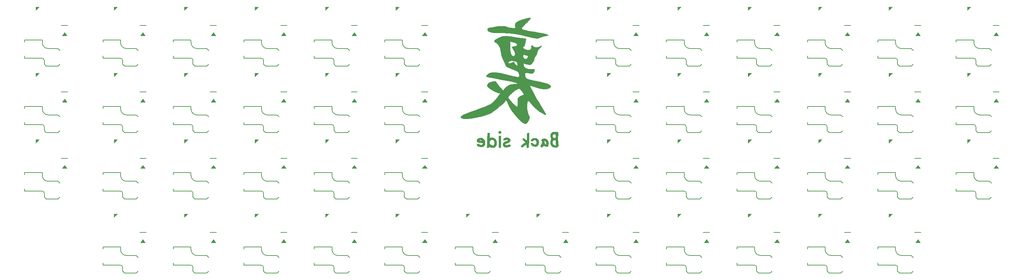
<source format=gbr>
%TF.GenerationSoftware,KiCad,Pcbnew,(6.0.7)*%
%TF.CreationDate,2022-09-18T11:37:26+07:00*%
%TF.ProjectId,Naked48,4e616b65-6434-4382-9e6b-696361645f70,rev?*%
%TF.SameCoordinates,Original*%
%TF.FileFunction,Legend,Bot*%
%TF.FilePolarity,Positive*%
%FSLAX46Y46*%
G04 Gerber Fmt 4.6, Leading zero omitted, Abs format (unit mm)*
G04 Created by KiCad (PCBNEW (6.0.7)) date 2022-09-18 11:37:26*
%MOMM*%
%LPD*%
G01*
G04 APERTURE LIST*
%ADD10C,0.150000*%
%ADD11C,0.100000*%
%ADD12C,0.010000*%
G04 APERTURE END LIST*
D10*
%TO.C,MX1*%
X17000000Y-28580000D02*
X17000000Y-29080000D01*
X26000000Y-34780000D02*
X25500000Y-35280000D01*
X22500000Y-35280000D02*
X22000000Y-34780000D01*
X17000000Y-33280000D02*
X21500000Y-33280000D01*
X17000000Y-32680000D02*
X17000000Y-33280000D01*
X21500000Y-29280000D02*
X21500000Y-28580000D01*
X26000000Y-31280000D02*
X25500000Y-30780000D01*
X25500000Y-30780000D02*
X23000000Y-30780000D01*
X25500000Y-35280000D02*
X22500000Y-35280000D01*
X21500000Y-28580000D02*
X17000000Y-28580000D01*
X22000000Y-33780000D02*
X22000000Y-34780000D01*
X21500000Y-29280000D02*
G75*
G03*
X23000000Y-30780000I1500001J1D01*
G01*
X22000000Y-33780000D02*
G75*
G03*
X21500000Y-33280000I-500001J-1D01*
G01*
%TO.C,MX2*%
X42000000Y-33780000D02*
X42000000Y-34780000D01*
X46000000Y-31280000D02*
X45500000Y-30780000D01*
X45500000Y-35280000D02*
X42500000Y-35280000D01*
X42500000Y-35280000D02*
X42000000Y-34780000D01*
X41500000Y-28580000D02*
X37000000Y-28580000D01*
X45500000Y-30780000D02*
X43000000Y-30780000D01*
X37000000Y-32680000D02*
X37000000Y-33280000D01*
X46000000Y-34780000D02*
X45500000Y-35280000D01*
X37000000Y-33280000D02*
X41500000Y-33280000D01*
X41500000Y-29280000D02*
X41500000Y-28580000D01*
X37000000Y-28580000D02*
X37000000Y-29080000D01*
X41500000Y-29280000D02*
G75*
G03*
X43000000Y-30780000I1500001J1D01*
G01*
X42000000Y-33780000D02*
G75*
G03*
X41500000Y-33280000I-500001J-1D01*
G01*
%TO.C,MX3*%
X60000000Y-33780000D02*
X60000000Y-34780000D01*
X63500000Y-35280000D02*
X60500000Y-35280000D01*
X60500000Y-35280000D02*
X60000000Y-34780000D01*
X55000000Y-33280000D02*
X59500000Y-33280000D01*
X63500000Y-30780000D02*
X61000000Y-30780000D01*
X64000000Y-31280000D02*
X63500000Y-30780000D01*
X64000000Y-34780000D02*
X63500000Y-35280000D01*
X55000000Y-28580000D02*
X55000000Y-29080000D01*
X59500000Y-28580000D02*
X55000000Y-28580000D01*
X59500000Y-29280000D02*
X59500000Y-28580000D01*
X55000000Y-32680000D02*
X55000000Y-33280000D01*
X60000000Y-33780000D02*
G75*
G03*
X59500000Y-33280000I-500001J-1D01*
G01*
X59500000Y-29280000D02*
G75*
G03*
X61000000Y-30780000I1500001J1D01*
G01*
%TO.C,MX4*%
X81500000Y-30780000D02*
X79000000Y-30780000D01*
X77500000Y-28580000D02*
X73000000Y-28580000D01*
X78500000Y-35280000D02*
X78000000Y-34780000D01*
X73000000Y-33280000D02*
X77500000Y-33280000D01*
X73000000Y-28580000D02*
X73000000Y-29080000D01*
X78000000Y-33780000D02*
X78000000Y-34780000D01*
X81500000Y-35280000D02*
X78500000Y-35280000D01*
X82000000Y-34780000D02*
X81500000Y-35280000D01*
X73000000Y-32680000D02*
X73000000Y-33280000D01*
X82000000Y-31280000D02*
X81500000Y-30780000D01*
X77500000Y-29280000D02*
X77500000Y-28580000D01*
X77500000Y-29280000D02*
G75*
G03*
X79000000Y-30780000I1500001J1D01*
G01*
X78000000Y-33780000D02*
G75*
G03*
X77500000Y-33280000I-500001J-1D01*
G01*
%TO.C,MX5*%
X91000000Y-32680000D02*
X91000000Y-33280000D01*
X91000000Y-28580000D02*
X91000000Y-29080000D01*
X99500000Y-35280000D02*
X96500000Y-35280000D01*
X96500000Y-35280000D02*
X96000000Y-34780000D01*
X96000000Y-33780000D02*
X96000000Y-34780000D01*
X95500000Y-29280000D02*
X95500000Y-28580000D01*
X91000000Y-33280000D02*
X95500000Y-33280000D01*
X95500000Y-28580000D02*
X91000000Y-28580000D01*
X100000000Y-34780000D02*
X99500000Y-35280000D01*
X100000000Y-31280000D02*
X99500000Y-30780000D01*
X99500000Y-30780000D02*
X97000000Y-30780000D01*
X96000000Y-33780000D02*
G75*
G03*
X95500000Y-33280000I-500001J-1D01*
G01*
X95500000Y-29280000D02*
G75*
G03*
X97000000Y-30780000I1500001J1D01*
G01*
%TO.C,MX6*%
X109000000Y-33280000D02*
X113500000Y-33280000D01*
X117500000Y-30780000D02*
X115000000Y-30780000D01*
X113500000Y-29280000D02*
X113500000Y-28580000D01*
X118000000Y-34780000D02*
X117500000Y-35280000D01*
X117500000Y-35280000D02*
X114500000Y-35280000D01*
X109000000Y-32680000D02*
X109000000Y-33280000D01*
X118000000Y-31280000D02*
X117500000Y-30780000D01*
X114000000Y-33780000D02*
X114000000Y-34780000D01*
X109000000Y-28580000D02*
X109000000Y-29080000D01*
X114500000Y-35280000D02*
X114000000Y-34780000D01*
X113500000Y-28580000D02*
X109000000Y-28580000D01*
X114000000Y-33780000D02*
G75*
G03*
X113500000Y-33280000I-500001J-1D01*
G01*
X113500000Y-29280000D02*
G75*
G03*
X115000000Y-30780000I1500001J1D01*
G01*
%TO.C,MX7*%
X163000000Y-32680000D02*
X163000000Y-33280000D01*
X172000000Y-31280000D02*
X171500000Y-30780000D01*
X167500000Y-28580000D02*
X163000000Y-28580000D01*
X172000000Y-34780000D02*
X171500000Y-35280000D01*
X168500000Y-35280000D02*
X168000000Y-34780000D01*
X167500000Y-29280000D02*
X167500000Y-28580000D01*
X163000000Y-28580000D02*
X163000000Y-29080000D01*
X171500000Y-30780000D02*
X169000000Y-30780000D01*
X168000000Y-33780000D02*
X168000000Y-34780000D01*
X171500000Y-35280000D02*
X168500000Y-35280000D01*
X163000000Y-33280000D02*
X167500000Y-33280000D01*
X167500000Y-29280000D02*
G75*
G03*
X169000000Y-30780000I1500001J1D01*
G01*
X168000000Y-33780000D02*
G75*
G03*
X167500000Y-33280000I-500001J-1D01*
G01*
%TO.C,MX8*%
X190000000Y-31280000D02*
X189500000Y-30780000D01*
X189500000Y-30780000D02*
X187000000Y-30780000D01*
X181000000Y-32680000D02*
X181000000Y-33280000D01*
X181000000Y-28580000D02*
X181000000Y-29080000D01*
X189500000Y-35280000D02*
X186500000Y-35280000D01*
X190000000Y-34780000D02*
X189500000Y-35280000D01*
X181000000Y-33280000D02*
X185500000Y-33280000D01*
X186000000Y-33780000D02*
X186000000Y-34780000D01*
X185500000Y-28580000D02*
X181000000Y-28580000D01*
X185500000Y-29280000D02*
X185500000Y-28580000D01*
X186500000Y-35280000D02*
X186000000Y-34780000D01*
X185500000Y-29280000D02*
G75*
G03*
X187000000Y-30780000I1500001J1D01*
G01*
X186000000Y-33780000D02*
G75*
G03*
X185500000Y-33280000I-500001J-1D01*
G01*
%TO.C,MX9*%
X208000000Y-31280000D02*
X207500000Y-30780000D01*
X204500000Y-35280000D02*
X204000000Y-34780000D01*
X208000000Y-34780000D02*
X207500000Y-35280000D01*
X203500000Y-28580000D02*
X199000000Y-28580000D01*
X199000000Y-32680000D02*
X199000000Y-33280000D01*
X199000000Y-28580000D02*
X199000000Y-29080000D01*
X204000000Y-33780000D02*
X204000000Y-34780000D01*
X207500000Y-35280000D02*
X204500000Y-35280000D01*
X207500000Y-30780000D02*
X205000000Y-30780000D01*
X199000000Y-33280000D02*
X203500000Y-33280000D01*
X203500000Y-29280000D02*
X203500000Y-28580000D01*
X203500000Y-29280000D02*
G75*
G03*
X205000000Y-30780000I1500001J1D01*
G01*
X204000000Y-33780000D02*
G75*
G03*
X203500000Y-33280000I-500001J-1D01*
G01*
%TO.C,MX10*%
X222000000Y-33780000D02*
X222000000Y-34780000D01*
X217000000Y-32680000D02*
X217000000Y-33280000D01*
X221500000Y-29280000D02*
X221500000Y-28580000D01*
X226000000Y-34780000D02*
X225500000Y-35280000D01*
X225500000Y-35280000D02*
X222500000Y-35280000D01*
X221500000Y-28580000D02*
X217000000Y-28580000D01*
X217000000Y-28580000D02*
X217000000Y-29080000D01*
X226000000Y-31280000D02*
X225500000Y-30780000D01*
X217000000Y-33280000D02*
X221500000Y-33280000D01*
X225500000Y-30780000D02*
X223000000Y-30780000D01*
X222500000Y-35280000D02*
X222000000Y-34780000D01*
X222000000Y-33780000D02*
G75*
G03*
X221500000Y-33280000I-500001J-1D01*
G01*
X221500000Y-29280000D02*
G75*
G03*
X223000000Y-30780000I1500001J1D01*
G01*
%TO.C,MX11*%
X239500000Y-29280000D02*
X239500000Y-28580000D01*
X235000000Y-32680000D02*
X235000000Y-33280000D01*
X235000000Y-28580000D02*
X235000000Y-29080000D01*
X244000000Y-31280000D02*
X243500000Y-30780000D01*
X244000000Y-34780000D02*
X243500000Y-35280000D01*
X235000000Y-33280000D02*
X239500000Y-33280000D01*
X240500000Y-35280000D02*
X240000000Y-34780000D01*
X243500000Y-30780000D02*
X241000000Y-30780000D01*
X239500000Y-28580000D02*
X235000000Y-28580000D01*
X243500000Y-35280000D02*
X240500000Y-35280000D01*
X240000000Y-33780000D02*
X240000000Y-34780000D01*
X239500000Y-29280000D02*
G75*
G03*
X241000000Y-30780000I1500001J1D01*
G01*
X240000000Y-33780000D02*
G75*
G03*
X239500000Y-33280000I-500001J-1D01*
G01*
%TO.C,MX12*%
X260500000Y-35280000D02*
X260000000Y-34780000D01*
X264000000Y-34780000D02*
X263500000Y-35280000D01*
X255000000Y-32680000D02*
X255000000Y-33280000D01*
X260000000Y-33780000D02*
X260000000Y-34780000D01*
X259500000Y-28580000D02*
X255000000Y-28580000D01*
X263500000Y-30780000D02*
X261000000Y-30780000D01*
X255000000Y-28580000D02*
X255000000Y-29080000D01*
X255000000Y-33280000D02*
X259500000Y-33280000D01*
X263500000Y-35280000D02*
X260500000Y-35280000D01*
X259500000Y-29280000D02*
X259500000Y-28580000D01*
X264000000Y-31280000D02*
X263500000Y-30780000D01*
X260000000Y-33780000D02*
G75*
G03*
X259500000Y-33280000I-500001J-1D01*
G01*
X259500000Y-29280000D02*
G75*
G03*
X261000000Y-30780000I1500001J1D01*
G01*
%TO.C,MX13*%
X21500000Y-45580000D02*
X17000000Y-45580000D01*
X17000000Y-45580000D02*
X17000000Y-46080000D01*
X26000000Y-51780000D02*
X25500000Y-52280000D01*
X22500000Y-52280000D02*
X22000000Y-51780000D01*
X26000000Y-48280000D02*
X25500000Y-47780000D01*
X22000000Y-50780000D02*
X22000000Y-51780000D01*
X17000000Y-50280000D02*
X21500000Y-50280000D01*
X25500000Y-47780000D02*
X23000000Y-47780000D01*
X21500000Y-46280000D02*
X21500000Y-45580000D01*
X25500000Y-52280000D02*
X22500000Y-52280000D01*
X17000000Y-49680000D02*
X17000000Y-50280000D01*
X21500000Y-46280000D02*
G75*
G03*
X23000000Y-47780000I1500001J1D01*
G01*
X22000000Y-50780000D02*
G75*
G03*
X21500000Y-50280000I-500001J-1D01*
G01*
%TO.C,MX14*%
X37000000Y-45580000D02*
X37000000Y-46080000D01*
X37000000Y-50280000D02*
X41500000Y-50280000D01*
X41500000Y-45580000D02*
X37000000Y-45580000D01*
X42000000Y-50780000D02*
X42000000Y-51780000D01*
X46000000Y-51780000D02*
X45500000Y-52280000D01*
X46000000Y-48280000D02*
X45500000Y-47780000D01*
X37000000Y-49680000D02*
X37000000Y-50280000D01*
X42500000Y-52280000D02*
X42000000Y-51780000D01*
X45500000Y-52280000D02*
X42500000Y-52280000D01*
X45500000Y-47780000D02*
X43000000Y-47780000D01*
X41500000Y-46280000D02*
X41500000Y-45580000D01*
X41500000Y-46280000D02*
G75*
G03*
X43000000Y-47780000I1500001J1D01*
G01*
X42000000Y-50780000D02*
G75*
G03*
X41500000Y-50280000I-500001J-1D01*
G01*
%TO.C,MX15*%
X64000000Y-51780000D02*
X63500000Y-52280000D01*
X60000000Y-50780000D02*
X60000000Y-51780000D01*
X64000000Y-48280000D02*
X63500000Y-47780000D01*
X55000000Y-50280000D02*
X59500000Y-50280000D01*
X55000000Y-45580000D02*
X55000000Y-46080000D01*
X59500000Y-45580000D02*
X55000000Y-45580000D01*
X63500000Y-52280000D02*
X60500000Y-52280000D01*
X63500000Y-47780000D02*
X61000000Y-47780000D01*
X60500000Y-52280000D02*
X60000000Y-51780000D01*
X59500000Y-46280000D02*
X59500000Y-45580000D01*
X55000000Y-49680000D02*
X55000000Y-50280000D01*
X60000000Y-50780000D02*
G75*
G03*
X59500000Y-50280000I-500001J-1D01*
G01*
X59500000Y-46280000D02*
G75*
G03*
X61000000Y-47780000I1500001J1D01*
G01*
%TO.C,MX16*%
X78500000Y-52280000D02*
X78000000Y-51780000D01*
X73000000Y-49680000D02*
X73000000Y-50280000D01*
X77500000Y-45580000D02*
X73000000Y-45580000D01*
X81500000Y-52280000D02*
X78500000Y-52280000D01*
X78000000Y-50780000D02*
X78000000Y-51780000D01*
X82000000Y-51780000D02*
X81500000Y-52280000D01*
X81500000Y-47780000D02*
X79000000Y-47780000D01*
X82000000Y-48280000D02*
X81500000Y-47780000D01*
X73000000Y-50280000D02*
X77500000Y-50280000D01*
X73000000Y-45580000D02*
X73000000Y-46080000D01*
X77500000Y-46280000D02*
X77500000Y-45580000D01*
X77500000Y-46280000D02*
G75*
G03*
X79000000Y-47780000I1500001J1D01*
G01*
X78000000Y-50780000D02*
G75*
G03*
X77500000Y-50280000I-500001J-1D01*
G01*
%TO.C,MX17*%
X100000000Y-48280000D02*
X99500000Y-47780000D01*
X91000000Y-45580000D02*
X91000000Y-46080000D01*
X96500000Y-52280000D02*
X96000000Y-51780000D01*
X100000000Y-51780000D02*
X99500000Y-52280000D01*
X91000000Y-50280000D02*
X95500000Y-50280000D01*
X99500000Y-47780000D02*
X97000000Y-47780000D01*
X95500000Y-45580000D02*
X91000000Y-45580000D01*
X99500000Y-52280000D02*
X96500000Y-52280000D01*
X95500000Y-46280000D02*
X95500000Y-45580000D01*
X96000000Y-50780000D02*
X96000000Y-51780000D01*
X91000000Y-49680000D02*
X91000000Y-50280000D01*
X95500000Y-46280000D02*
G75*
G03*
X97000000Y-47780000I1500001J1D01*
G01*
X96000000Y-50780000D02*
G75*
G03*
X95500000Y-50280000I-500001J-1D01*
G01*
%TO.C,MX18*%
X117500000Y-52280000D02*
X114500000Y-52280000D01*
X118000000Y-51780000D02*
X117500000Y-52280000D01*
X117500000Y-47780000D02*
X115000000Y-47780000D01*
X114500000Y-52280000D02*
X114000000Y-51780000D01*
X114000000Y-50780000D02*
X114000000Y-51780000D01*
X109000000Y-45580000D02*
X109000000Y-46080000D01*
X109000000Y-50280000D02*
X113500000Y-50280000D01*
X118000000Y-48280000D02*
X117500000Y-47780000D01*
X109000000Y-49680000D02*
X109000000Y-50280000D01*
X113500000Y-46280000D02*
X113500000Y-45580000D01*
X113500000Y-45580000D02*
X109000000Y-45580000D01*
X114000000Y-50780000D02*
G75*
G03*
X113500000Y-50280000I-500001J-1D01*
G01*
X113500000Y-46280000D02*
G75*
G03*
X115000000Y-47780000I1500001J1D01*
G01*
%TO.C,MX19*%
X172000000Y-48280000D02*
X171500000Y-47780000D01*
X163000000Y-50280000D02*
X167500000Y-50280000D01*
X167500000Y-45580000D02*
X163000000Y-45580000D01*
X163000000Y-49680000D02*
X163000000Y-50280000D01*
X167500000Y-46280000D02*
X167500000Y-45580000D01*
X171500000Y-47780000D02*
X169000000Y-47780000D01*
X171500000Y-52280000D02*
X168500000Y-52280000D01*
X168000000Y-50780000D02*
X168000000Y-51780000D01*
X163000000Y-45580000D02*
X163000000Y-46080000D01*
X172000000Y-51780000D02*
X171500000Y-52280000D01*
X168500000Y-52280000D02*
X168000000Y-51780000D01*
X168000000Y-50780000D02*
G75*
G03*
X167500000Y-50280000I-500001J-1D01*
G01*
X167500000Y-46280000D02*
G75*
G03*
X169000000Y-47780000I1500001J1D01*
G01*
%TO.C,MX20*%
X189500000Y-52280000D02*
X186500000Y-52280000D01*
X185500000Y-46280000D02*
X185500000Y-45580000D01*
X185500000Y-45580000D02*
X181000000Y-45580000D01*
X181000000Y-49680000D02*
X181000000Y-50280000D01*
X190000000Y-48280000D02*
X189500000Y-47780000D01*
X189500000Y-47780000D02*
X187000000Y-47780000D01*
X181000000Y-45580000D02*
X181000000Y-46080000D01*
X186500000Y-52280000D02*
X186000000Y-51780000D01*
X181000000Y-50280000D02*
X185500000Y-50280000D01*
X190000000Y-51780000D02*
X189500000Y-52280000D01*
X186000000Y-50780000D02*
X186000000Y-51780000D01*
X185500000Y-46280000D02*
G75*
G03*
X187000000Y-47780000I1500001J1D01*
G01*
X186000000Y-50780000D02*
G75*
G03*
X185500000Y-50280000I-500001J-1D01*
G01*
%TO.C,MX21*%
X204500000Y-52280000D02*
X204000000Y-51780000D01*
X203500000Y-46280000D02*
X203500000Y-45580000D01*
X207500000Y-47780000D02*
X205000000Y-47780000D01*
X207500000Y-52280000D02*
X204500000Y-52280000D01*
X204000000Y-50780000D02*
X204000000Y-51780000D01*
X208000000Y-48280000D02*
X207500000Y-47780000D01*
X199000000Y-49680000D02*
X199000000Y-50280000D01*
X203500000Y-45580000D02*
X199000000Y-45580000D01*
X199000000Y-45580000D02*
X199000000Y-46080000D01*
X208000000Y-51780000D02*
X207500000Y-52280000D01*
X199000000Y-50280000D02*
X203500000Y-50280000D01*
X204000000Y-50780000D02*
G75*
G03*
X203500000Y-50280000I-500001J-1D01*
G01*
X203500000Y-46280000D02*
G75*
G03*
X205000000Y-47780000I1500001J1D01*
G01*
%TO.C,MX22*%
X217000000Y-50280000D02*
X221500000Y-50280000D01*
X226000000Y-51780000D02*
X225500000Y-52280000D01*
X222000000Y-50780000D02*
X222000000Y-51780000D01*
X221500000Y-45580000D02*
X217000000Y-45580000D01*
X226000000Y-48280000D02*
X225500000Y-47780000D01*
X222500000Y-52280000D02*
X222000000Y-51780000D01*
X217000000Y-45580000D02*
X217000000Y-46080000D01*
X221500000Y-46280000D02*
X221500000Y-45580000D01*
X225500000Y-47780000D02*
X223000000Y-47780000D01*
X217000000Y-49680000D02*
X217000000Y-50280000D01*
X225500000Y-52280000D02*
X222500000Y-52280000D01*
X222000000Y-50780000D02*
G75*
G03*
X221500000Y-50280000I-500001J-1D01*
G01*
X221500000Y-46280000D02*
G75*
G03*
X223000000Y-47780000I1500001J1D01*
G01*
%TO.C,MX23*%
X243500000Y-47780000D02*
X241000000Y-47780000D01*
X235000000Y-45580000D02*
X235000000Y-46080000D01*
X244000000Y-51780000D02*
X243500000Y-52280000D01*
X240000000Y-50780000D02*
X240000000Y-51780000D01*
X239500000Y-46280000D02*
X239500000Y-45580000D01*
X240500000Y-52280000D02*
X240000000Y-51780000D01*
X235000000Y-49680000D02*
X235000000Y-50280000D01*
X244000000Y-48280000D02*
X243500000Y-47780000D01*
X243500000Y-52280000D02*
X240500000Y-52280000D01*
X235000000Y-50280000D02*
X239500000Y-50280000D01*
X239500000Y-45580000D02*
X235000000Y-45580000D01*
X239500000Y-46280000D02*
G75*
G03*
X241000000Y-47780000I1500001J1D01*
G01*
X240000000Y-50780000D02*
G75*
G03*
X239500000Y-50280000I-500001J-1D01*
G01*
%TO.C,MX24*%
X260000000Y-50780000D02*
X260000000Y-51780000D01*
X263500000Y-52280000D02*
X260500000Y-52280000D01*
X264000000Y-51780000D02*
X263500000Y-52280000D01*
X259500000Y-46280000D02*
X259500000Y-45580000D01*
X259500000Y-45580000D02*
X255000000Y-45580000D01*
X255000000Y-50280000D02*
X259500000Y-50280000D01*
X264000000Y-48280000D02*
X263500000Y-47780000D01*
X263500000Y-47780000D02*
X261000000Y-47780000D01*
X255000000Y-49680000D02*
X255000000Y-50280000D01*
X260500000Y-52280000D02*
X260000000Y-51780000D01*
X255000000Y-45580000D02*
X255000000Y-46080000D01*
X260000000Y-50780000D02*
G75*
G03*
X259500000Y-50280000I-500001J-1D01*
G01*
X259500000Y-46280000D02*
G75*
G03*
X261000000Y-47780000I1500001J1D01*
G01*
%TO.C,MX25*%
X17000000Y-66680000D02*
X17000000Y-67280000D01*
X26000000Y-65280000D02*
X25500000Y-64780000D01*
X22000000Y-67780000D02*
X22000000Y-68780000D01*
X17000000Y-62580000D02*
X17000000Y-63080000D01*
X21500000Y-62580000D02*
X17000000Y-62580000D01*
X25500000Y-64780000D02*
X23000000Y-64780000D01*
X26000000Y-68780000D02*
X25500000Y-69280000D01*
X22500000Y-69280000D02*
X22000000Y-68780000D01*
X25500000Y-69280000D02*
X22500000Y-69280000D01*
X17000000Y-67280000D02*
X21500000Y-67280000D01*
X21500000Y-63280000D02*
X21500000Y-62580000D01*
X22000000Y-67780000D02*
G75*
G03*
X21500000Y-67280000I-500001J-1D01*
G01*
X21500000Y-63280000D02*
G75*
G03*
X23000000Y-64780000I1500001J1D01*
G01*
%TO.C,MX26*%
X45500000Y-83780000D02*
X43000000Y-83780000D01*
X37000000Y-85680000D02*
X37000000Y-86280000D01*
X37000000Y-86280000D02*
X41500000Y-86280000D01*
X37000000Y-81580000D02*
X37000000Y-82080000D01*
X45500000Y-88280000D02*
X42500000Y-88280000D01*
X46000000Y-84280000D02*
X45500000Y-83780000D01*
X41500000Y-82280000D02*
X41500000Y-81580000D01*
X46000000Y-87780000D02*
X45500000Y-88280000D01*
X41500000Y-81580000D02*
X37000000Y-81580000D01*
X42500000Y-88280000D02*
X42000000Y-87780000D01*
X42000000Y-86780000D02*
X42000000Y-87780000D01*
X41500000Y-82280000D02*
G75*
G03*
X43000000Y-83780000I1500001J1D01*
G01*
X42000000Y-86780000D02*
G75*
G03*
X41500000Y-86280000I-500001J-1D01*
G01*
%TO.C,MX27*%
X46000000Y-65280000D02*
X45500000Y-64780000D01*
X41500000Y-63280000D02*
X41500000Y-62580000D01*
X42500000Y-69280000D02*
X42000000Y-68780000D01*
X45500000Y-64780000D02*
X43000000Y-64780000D01*
X46000000Y-68780000D02*
X45500000Y-69280000D01*
X37000000Y-66680000D02*
X37000000Y-67280000D01*
X37000000Y-67280000D02*
X41500000Y-67280000D01*
X45500000Y-69280000D02*
X42500000Y-69280000D01*
X37000000Y-62580000D02*
X37000000Y-63080000D01*
X42000000Y-67780000D02*
X42000000Y-68780000D01*
X41500000Y-62580000D02*
X37000000Y-62580000D01*
X41500000Y-63280000D02*
G75*
G03*
X43000000Y-64780000I1500001J1D01*
G01*
X42000000Y-67780000D02*
G75*
G03*
X41500000Y-67280000I-500001J-1D01*
G01*
%TO.C,MX28*%
X60000000Y-86780000D02*
X60000000Y-87780000D01*
X55000000Y-85680000D02*
X55000000Y-86280000D01*
X59500000Y-82280000D02*
X59500000Y-81580000D01*
X63500000Y-88280000D02*
X60500000Y-88280000D01*
X55000000Y-86280000D02*
X59500000Y-86280000D01*
X64000000Y-84280000D02*
X63500000Y-83780000D01*
X59500000Y-81580000D02*
X55000000Y-81580000D01*
X64000000Y-87780000D02*
X63500000Y-88280000D01*
X55000000Y-81580000D02*
X55000000Y-82080000D01*
X60500000Y-88280000D02*
X60000000Y-87780000D01*
X63500000Y-83780000D02*
X61000000Y-83780000D01*
X60000000Y-86780000D02*
G75*
G03*
X59500000Y-86280000I-500001J-1D01*
G01*
X59500000Y-82280000D02*
G75*
G03*
X61000000Y-83780000I1500001J1D01*
G01*
%TO.C,MX29*%
X64000000Y-68780000D02*
X63500000Y-69280000D01*
X55000000Y-67280000D02*
X59500000Y-67280000D01*
X59500000Y-63280000D02*
X59500000Y-62580000D01*
X60500000Y-69280000D02*
X60000000Y-68780000D01*
X60000000Y-67780000D02*
X60000000Y-68780000D01*
X63500000Y-64780000D02*
X61000000Y-64780000D01*
X55000000Y-66680000D02*
X55000000Y-67280000D01*
X59500000Y-62580000D02*
X55000000Y-62580000D01*
X64000000Y-65280000D02*
X63500000Y-64780000D01*
X63500000Y-69280000D02*
X60500000Y-69280000D01*
X55000000Y-62580000D02*
X55000000Y-63080000D01*
X59500000Y-63280000D02*
G75*
G03*
X61000000Y-64780000I1500001J1D01*
G01*
X60000000Y-67780000D02*
G75*
G03*
X59500000Y-67280000I-500001J-1D01*
G01*
%TO.C,MX30*%
X82000000Y-87780000D02*
X81500000Y-88280000D01*
X73000000Y-85680000D02*
X73000000Y-86280000D01*
X77500000Y-82280000D02*
X77500000Y-81580000D01*
X73000000Y-81580000D02*
X73000000Y-82080000D01*
X77500000Y-81580000D02*
X73000000Y-81580000D01*
X81500000Y-88280000D02*
X78500000Y-88280000D01*
X81500000Y-83780000D02*
X79000000Y-83780000D01*
X73000000Y-86280000D02*
X77500000Y-86280000D01*
X78500000Y-88280000D02*
X78000000Y-87780000D01*
X82000000Y-84280000D02*
X81500000Y-83780000D01*
X78000000Y-86780000D02*
X78000000Y-87780000D01*
X78000000Y-86780000D02*
G75*
G03*
X77500000Y-86280000I-500001J-1D01*
G01*
X77500000Y-82280000D02*
G75*
G03*
X79000000Y-83780000I1500001J1D01*
G01*
%TO.C,MX31*%
X73000000Y-66680000D02*
X73000000Y-67280000D01*
X81500000Y-64780000D02*
X79000000Y-64780000D01*
X82000000Y-68780000D02*
X81500000Y-69280000D01*
X73000000Y-67280000D02*
X77500000Y-67280000D01*
X78500000Y-69280000D02*
X78000000Y-68780000D01*
X78000000Y-67780000D02*
X78000000Y-68780000D01*
X81500000Y-69280000D02*
X78500000Y-69280000D01*
X77500000Y-62580000D02*
X73000000Y-62580000D01*
X77500000Y-63280000D02*
X77500000Y-62580000D01*
X82000000Y-65280000D02*
X81500000Y-64780000D01*
X73000000Y-62580000D02*
X73000000Y-63080000D01*
X77500000Y-63280000D02*
G75*
G03*
X79000000Y-64780000I1500001J1D01*
G01*
X78000000Y-67780000D02*
G75*
G03*
X77500000Y-67280000I-500001J-1D01*
G01*
%TO.C,MX32*%
X95500000Y-82280000D02*
X95500000Y-81580000D01*
X95500000Y-81580000D02*
X91000000Y-81580000D01*
X91000000Y-81580000D02*
X91000000Y-82080000D01*
X100000000Y-87780000D02*
X99500000Y-88280000D01*
X100000000Y-84280000D02*
X99500000Y-83780000D01*
X96500000Y-88280000D02*
X96000000Y-87780000D01*
X99500000Y-83780000D02*
X97000000Y-83780000D01*
X99500000Y-88280000D02*
X96500000Y-88280000D01*
X96000000Y-86780000D02*
X96000000Y-87780000D01*
X91000000Y-85680000D02*
X91000000Y-86280000D01*
X91000000Y-86280000D02*
X95500000Y-86280000D01*
X96000000Y-86780000D02*
G75*
G03*
X95500000Y-86280000I-500001J-1D01*
G01*
X95500000Y-82280000D02*
G75*
G03*
X97000000Y-83780000I1500001J1D01*
G01*
%TO.C,MX33*%
X95500000Y-62580000D02*
X91000000Y-62580000D01*
X96500000Y-69280000D02*
X96000000Y-68780000D01*
X100000000Y-65280000D02*
X99500000Y-64780000D01*
X91000000Y-62580000D02*
X91000000Y-63080000D01*
X91000000Y-66680000D02*
X91000000Y-67280000D01*
X95500000Y-63280000D02*
X95500000Y-62580000D01*
X100000000Y-68780000D02*
X99500000Y-69280000D01*
X99500000Y-69280000D02*
X96500000Y-69280000D01*
X96000000Y-67780000D02*
X96000000Y-68780000D01*
X99500000Y-64780000D02*
X97000000Y-64780000D01*
X91000000Y-67280000D02*
X95500000Y-67280000D01*
X96000000Y-67780000D02*
G75*
G03*
X95500000Y-67280000I-500001J-1D01*
G01*
X95500000Y-63280000D02*
G75*
G03*
X97000000Y-64780000I1500001J1D01*
G01*
%TO.C,MX34*%
X109000000Y-85680000D02*
X109000000Y-86280000D01*
X109000000Y-81580000D02*
X109000000Y-82080000D01*
X114500000Y-88280000D02*
X114000000Y-87780000D01*
X117500000Y-83780000D02*
X115000000Y-83780000D01*
X113500000Y-81580000D02*
X109000000Y-81580000D01*
X113500000Y-82280000D02*
X113500000Y-81580000D01*
X109000000Y-86280000D02*
X113500000Y-86280000D01*
X117500000Y-88280000D02*
X114500000Y-88280000D01*
X118000000Y-87780000D02*
X117500000Y-88280000D01*
X118000000Y-84280000D02*
X117500000Y-83780000D01*
X114000000Y-86780000D02*
X114000000Y-87780000D01*
X113500000Y-82280000D02*
G75*
G03*
X115000000Y-83780000I1500001J1D01*
G01*
X114000000Y-86780000D02*
G75*
G03*
X113500000Y-86280000I-500001J-1D01*
G01*
%TO.C,MX35*%
X113500000Y-63280000D02*
X113500000Y-62580000D01*
X118000000Y-65280000D02*
X117500000Y-64780000D01*
X109000000Y-66680000D02*
X109000000Y-67280000D01*
X117500000Y-64780000D02*
X115000000Y-64780000D01*
X114000000Y-67780000D02*
X114000000Y-68780000D01*
X109000000Y-67280000D02*
X113500000Y-67280000D01*
X113500000Y-62580000D02*
X109000000Y-62580000D01*
X118000000Y-68780000D02*
X117500000Y-69280000D01*
X117500000Y-69280000D02*
X114500000Y-69280000D01*
X114500000Y-69280000D02*
X114000000Y-68780000D01*
X109000000Y-62580000D02*
X109000000Y-63080000D01*
X114000000Y-67780000D02*
G75*
G03*
X113500000Y-67280000I-500001J-1D01*
G01*
X113500000Y-63280000D02*
G75*
G03*
X115000000Y-64780000I1500001J1D01*
G01*
%TO.C,MX36*%
X135500000Y-83780000D02*
X133000000Y-83780000D01*
X127000000Y-85680000D02*
X127000000Y-86280000D01*
X131500000Y-81580000D02*
X127000000Y-81580000D01*
X131500000Y-82280000D02*
X131500000Y-81580000D01*
X127000000Y-86280000D02*
X131500000Y-86280000D01*
X136000000Y-87780000D02*
X135500000Y-88280000D01*
X132500000Y-88280000D02*
X132000000Y-87780000D01*
X136000000Y-84280000D02*
X135500000Y-83780000D01*
X135500000Y-88280000D02*
X132500000Y-88280000D01*
X127000000Y-81580000D02*
X127000000Y-82080000D01*
X132000000Y-86780000D02*
X132000000Y-87780000D01*
X132000000Y-86780000D02*
G75*
G03*
X131500000Y-86280000I-500001J-1D01*
G01*
X131500000Y-82280000D02*
G75*
G03*
X133000000Y-83780000I1500001J1D01*
G01*
%TO.C,MX37*%
X172000000Y-65280000D02*
X171500000Y-64780000D01*
X167500000Y-62580000D02*
X163000000Y-62580000D01*
X172000000Y-68780000D02*
X171500000Y-69280000D01*
X163000000Y-66680000D02*
X163000000Y-67280000D01*
X163000000Y-62580000D02*
X163000000Y-63080000D01*
X168000000Y-67780000D02*
X168000000Y-68780000D01*
X171500000Y-64780000D02*
X169000000Y-64780000D01*
X163000000Y-67280000D02*
X167500000Y-67280000D01*
X167500000Y-63280000D02*
X167500000Y-62580000D01*
X168500000Y-69280000D02*
X168000000Y-68780000D01*
X171500000Y-69280000D02*
X168500000Y-69280000D01*
X167500000Y-63280000D02*
G75*
G03*
X169000000Y-64780000I1500001J1D01*
G01*
X168000000Y-67780000D02*
G75*
G03*
X167500000Y-67280000I-500001J-1D01*
G01*
%TO.C,MX38*%
X145000000Y-81580000D02*
X145000000Y-82080000D01*
X145000000Y-85680000D02*
X145000000Y-86280000D01*
X154000000Y-87780000D02*
X153500000Y-88280000D01*
X153500000Y-88280000D02*
X150500000Y-88280000D01*
X150500000Y-88280000D02*
X150000000Y-87780000D01*
X153500000Y-83780000D02*
X151000000Y-83780000D01*
X149500000Y-81580000D02*
X145000000Y-81580000D01*
X150000000Y-86780000D02*
X150000000Y-87780000D01*
X149500000Y-82280000D02*
X149500000Y-81580000D01*
X145000000Y-86280000D02*
X149500000Y-86280000D01*
X154000000Y-84280000D02*
X153500000Y-83780000D01*
X149500000Y-82280000D02*
G75*
G03*
X151000000Y-83780000I1500001J1D01*
G01*
X150000000Y-86780000D02*
G75*
G03*
X149500000Y-86280000I-500001J-1D01*
G01*
%TO.C,MX39*%
X186000000Y-67780000D02*
X186000000Y-68780000D01*
X181000000Y-67280000D02*
X185500000Y-67280000D01*
X190000000Y-65280000D02*
X189500000Y-64780000D01*
X189500000Y-64780000D02*
X187000000Y-64780000D01*
X181000000Y-66680000D02*
X181000000Y-67280000D01*
X190000000Y-68780000D02*
X189500000Y-69280000D01*
X181000000Y-62580000D02*
X181000000Y-63080000D01*
X185500000Y-62580000D02*
X181000000Y-62580000D01*
X185500000Y-63280000D02*
X185500000Y-62580000D01*
X186500000Y-69280000D02*
X186000000Y-68780000D01*
X189500000Y-69280000D02*
X186500000Y-69280000D01*
X185500000Y-63280000D02*
G75*
G03*
X187000000Y-64780000I1500001J1D01*
G01*
X186000000Y-67780000D02*
G75*
G03*
X185500000Y-67280000I-500001J-1D01*
G01*
%TO.C,MX40*%
X167500000Y-82280000D02*
X167500000Y-81580000D01*
X167500000Y-81580000D02*
X163000000Y-81580000D01*
X163000000Y-81580000D02*
X163000000Y-82080000D01*
X168000000Y-86780000D02*
X168000000Y-87780000D01*
X172000000Y-87780000D02*
X171500000Y-88280000D01*
X171500000Y-88280000D02*
X168500000Y-88280000D01*
X163000000Y-86280000D02*
X167500000Y-86280000D01*
X168500000Y-88280000D02*
X168000000Y-87780000D01*
X163000000Y-85680000D02*
X163000000Y-86280000D01*
X172000000Y-84280000D02*
X171500000Y-83780000D01*
X171500000Y-83780000D02*
X169000000Y-83780000D01*
X167500000Y-82280000D02*
G75*
G03*
X169000000Y-83780000I1500001J1D01*
G01*
X168000000Y-86780000D02*
G75*
G03*
X167500000Y-86280000I-500001J-1D01*
G01*
%TO.C,MX41*%
X199000000Y-67280000D02*
X203500000Y-67280000D01*
X204000000Y-67780000D02*
X204000000Y-68780000D01*
X207500000Y-69280000D02*
X204500000Y-69280000D01*
X208000000Y-68780000D02*
X207500000Y-69280000D01*
X199000000Y-66680000D02*
X199000000Y-67280000D01*
X203500000Y-62580000D02*
X199000000Y-62580000D01*
X207500000Y-64780000D02*
X205000000Y-64780000D01*
X203500000Y-63280000D02*
X203500000Y-62580000D01*
X208000000Y-65280000D02*
X207500000Y-64780000D01*
X199000000Y-62580000D02*
X199000000Y-63080000D01*
X204500000Y-69280000D02*
X204000000Y-68780000D01*
X203500000Y-63280000D02*
G75*
G03*
X205000000Y-64780000I1500001J1D01*
G01*
X204000000Y-67780000D02*
G75*
G03*
X203500000Y-67280000I-500001J-1D01*
G01*
%TO.C,MX42*%
X190000000Y-87780000D02*
X189500000Y-88280000D01*
X189500000Y-88280000D02*
X186500000Y-88280000D01*
X190000000Y-84280000D02*
X189500000Y-83780000D01*
X185500000Y-81580000D02*
X181000000Y-81580000D01*
X189500000Y-83780000D02*
X187000000Y-83780000D01*
X186000000Y-86780000D02*
X186000000Y-87780000D01*
X181000000Y-81580000D02*
X181000000Y-82080000D01*
X181000000Y-86280000D02*
X185500000Y-86280000D01*
X186500000Y-88280000D02*
X186000000Y-87780000D01*
X185500000Y-82280000D02*
X185500000Y-81580000D01*
X181000000Y-85680000D02*
X181000000Y-86280000D01*
X185500000Y-82280000D02*
G75*
G03*
X187000000Y-83780000I1500001J1D01*
G01*
X186000000Y-86780000D02*
G75*
G03*
X185500000Y-86280000I-500001J-1D01*
G01*
%TO.C,MX43*%
X221500000Y-63280000D02*
X221500000Y-62580000D01*
X217000000Y-62580000D02*
X217000000Y-63080000D01*
X222500000Y-69280000D02*
X222000000Y-68780000D01*
X221500000Y-62580000D02*
X217000000Y-62580000D01*
X225500000Y-64780000D02*
X223000000Y-64780000D01*
X225500000Y-69280000D02*
X222500000Y-69280000D01*
X226000000Y-65280000D02*
X225500000Y-64780000D01*
X226000000Y-68780000D02*
X225500000Y-69280000D01*
X222000000Y-67780000D02*
X222000000Y-68780000D01*
X217000000Y-67280000D02*
X221500000Y-67280000D01*
X217000000Y-66680000D02*
X217000000Y-67280000D01*
X222000000Y-67780000D02*
G75*
G03*
X221500000Y-67280000I-500001J-1D01*
G01*
X221500000Y-63280000D02*
G75*
G03*
X223000000Y-64780000I1500001J1D01*
G01*
%TO.C,MX44*%
X207500000Y-88280000D02*
X204500000Y-88280000D01*
X204500000Y-88280000D02*
X204000000Y-87780000D01*
X208000000Y-87780000D02*
X207500000Y-88280000D01*
X204000000Y-86780000D02*
X204000000Y-87780000D01*
X207500000Y-83780000D02*
X205000000Y-83780000D01*
X199000000Y-86280000D02*
X203500000Y-86280000D01*
X208000000Y-84280000D02*
X207500000Y-83780000D01*
X199000000Y-81580000D02*
X199000000Y-82080000D01*
X203500000Y-81580000D02*
X199000000Y-81580000D01*
X199000000Y-85680000D02*
X199000000Y-86280000D01*
X203500000Y-82280000D02*
X203500000Y-81580000D01*
X204000000Y-86780000D02*
G75*
G03*
X203500000Y-86280000I-500001J-1D01*
G01*
X203500000Y-82280000D02*
G75*
G03*
X205000000Y-83780000I1500001J1D01*
G01*
%TO.C,MX45*%
X235000000Y-67280000D02*
X239500000Y-67280000D01*
X244000000Y-68780000D02*
X243500000Y-69280000D01*
X243500000Y-64780000D02*
X241000000Y-64780000D01*
X235000000Y-66680000D02*
X235000000Y-67280000D01*
X239500000Y-62580000D02*
X235000000Y-62580000D01*
X235000000Y-62580000D02*
X235000000Y-63080000D01*
X244000000Y-65280000D02*
X243500000Y-64780000D01*
X243500000Y-69280000D02*
X240500000Y-69280000D01*
X240000000Y-67780000D02*
X240000000Y-68780000D01*
X239500000Y-63280000D02*
X239500000Y-62580000D01*
X240500000Y-69280000D02*
X240000000Y-68780000D01*
X239500000Y-63280000D02*
G75*
G03*
X241000000Y-64780000I1500001J1D01*
G01*
X240000000Y-67780000D02*
G75*
G03*
X239500000Y-67280000I-500001J-1D01*
G01*
%TO.C,MX46*%
X221500000Y-82280000D02*
X221500000Y-81580000D01*
X222000000Y-86780000D02*
X222000000Y-87780000D01*
X222500000Y-88280000D02*
X222000000Y-87780000D01*
X217000000Y-86280000D02*
X221500000Y-86280000D01*
X225500000Y-83780000D02*
X223000000Y-83780000D01*
X221500000Y-81580000D02*
X217000000Y-81580000D01*
X225500000Y-88280000D02*
X222500000Y-88280000D01*
X217000000Y-85680000D02*
X217000000Y-86280000D01*
X217000000Y-81580000D02*
X217000000Y-82080000D01*
X226000000Y-84280000D02*
X225500000Y-83780000D01*
X226000000Y-87780000D02*
X225500000Y-88280000D01*
X222000000Y-86780000D02*
G75*
G03*
X221500000Y-86280000I-500001J-1D01*
G01*
X221500000Y-82280000D02*
G75*
G03*
X223000000Y-83780000I1500001J1D01*
G01*
%TO.C,MX47*%
X255000000Y-66680000D02*
X255000000Y-67280000D01*
X260000000Y-67780000D02*
X260000000Y-68780000D01*
X263500000Y-64780000D02*
X261000000Y-64780000D01*
X264000000Y-68780000D02*
X263500000Y-69280000D01*
X255000000Y-67280000D02*
X259500000Y-67280000D01*
X259500000Y-62580000D02*
X255000000Y-62580000D01*
X259500000Y-63280000D02*
X259500000Y-62580000D01*
X263500000Y-69280000D02*
X260500000Y-69280000D01*
X264000000Y-65280000D02*
X263500000Y-64780000D01*
X255000000Y-62580000D02*
X255000000Y-63080000D01*
X260500000Y-69280000D02*
X260000000Y-68780000D01*
X259500000Y-63280000D02*
G75*
G03*
X261000000Y-64780000I1500001J1D01*
G01*
X260000000Y-67780000D02*
G75*
G03*
X259500000Y-67280000I-500001J-1D01*
G01*
%TO.C,MX48*%
X244000000Y-84280000D02*
X243500000Y-83780000D01*
X244000000Y-87780000D02*
X243500000Y-88280000D01*
X243500000Y-88280000D02*
X240500000Y-88280000D01*
X239500000Y-81580000D02*
X235000000Y-81580000D01*
X235000000Y-86280000D02*
X239500000Y-86280000D01*
X235000000Y-85680000D02*
X235000000Y-86280000D01*
X240500000Y-88280000D02*
X240000000Y-87780000D01*
X240000000Y-86780000D02*
X240000000Y-87780000D01*
X243500000Y-83780000D02*
X241000000Y-83780000D01*
X239500000Y-82280000D02*
X239500000Y-81580000D01*
X235000000Y-81580000D02*
X235000000Y-82080000D01*
X239500000Y-82280000D02*
G75*
G03*
X241000000Y-83780000I1500001J1D01*
G01*
X240000000Y-86780000D02*
G75*
G03*
X239500000Y-86280000I-500001J-1D01*
G01*
%TO.C,RGB1*%
G36*
X19800000Y-21000001D02*
G01*
X19800000Y-20100001D01*
X20700000Y-20100001D01*
X19800000Y-21000001D01*
G37*
D11*
X19800000Y-21000001D02*
X19800000Y-20100001D01*
X20700000Y-20100001D01*
X19800000Y-21000001D01*
%TO.C,RGB2*%
G36*
X19800000Y-38000001D02*
G01*
X19800000Y-37100001D01*
X20700000Y-37100001D01*
X19800000Y-38000001D01*
G37*
X19800000Y-38000001D02*
X19800000Y-37100001D01*
X20700000Y-37100001D01*
X19800000Y-38000001D01*
%TO.C,RGB3*%
G36*
X19800000Y-55000001D02*
G01*
X19800000Y-54100001D01*
X20700000Y-54100001D01*
X19800000Y-55000001D01*
G37*
X19800000Y-55000001D02*
X19800000Y-54100001D01*
X20700000Y-54100001D01*
X19800000Y-55000001D01*
%TO.C,RGB4*%
G36*
X39800000Y-74000001D02*
G01*
X39800000Y-73100001D01*
X40700000Y-73100001D01*
X39800000Y-74000001D01*
G37*
X39800000Y-74000001D02*
X39800000Y-73100001D01*
X40700000Y-73100001D01*
X39800000Y-74000001D01*
%TO.C,RGB5*%
G36*
X57800000Y-74000001D02*
G01*
X57800000Y-73100001D01*
X58700000Y-73100001D01*
X57800000Y-74000001D01*
G37*
X57800000Y-74000001D02*
X57800000Y-73100001D01*
X58700000Y-73100001D01*
X57800000Y-74000001D01*
%TO.C,RGB6*%
G36*
X75800000Y-74000001D02*
G01*
X75800000Y-73100001D01*
X76700000Y-73100001D01*
X75800000Y-74000001D01*
G37*
X75800000Y-74000001D02*
X75800000Y-73100001D01*
X76700000Y-73100001D01*
X75800000Y-74000001D01*
%TO.C,RGB7*%
G36*
X93800000Y-74000001D02*
G01*
X93800000Y-73100001D01*
X94700000Y-73100001D01*
X93800000Y-74000001D01*
G37*
X93800000Y-74000001D02*
X93800000Y-73100001D01*
X94700000Y-73100001D01*
X93800000Y-74000001D01*
%TO.C,RGB8*%
G36*
X111800000Y-74000001D02*
G01*
X111800000Y-73100001D01*
X112700000Y-73100001D01*
X111800000Y-74000001D01*
G37*
X111800000Y-74000001D02*
X111800000Y-73100001D01*
X112700000Y-73100001D01*
X111800000Y-74000001D01*
%TO.C,RGB36*%
G36*
X39800000Y-38000001D02*
G01*
X39800000Y-37100001D01*
X40700000Y-37100001D01*
X39800000Y-38000001D01*
G37*
X39800000Y-38000001D02*
X39800000Y-37100001D01*
X40700000Y-37100001D01*
X39800000Y-38000001D01*
%TO.C,RGB38*%
G36*
X39800000Y-55000001D02*
G01*
X39800000Y-54100001D01*
X40700000Y-54100001D01*
X39800000Y-55000001D01*
G37*
X39800000Y-55000001D02*
X39800000Y-54100001D01*
X40700000Y-54100001D01*
X39800000Y-55000001D01*
%TO.C,RGB9*%
G36*
X257800000Y-55000001D02*
G01*
X257800000Y-54100001D01*
X258700000Y-54100001D01*
X257800000Y-55000001D01*
G37*
X257800000Y-55000001D02*
X257800000Y-54100001D01*
X258700000Y-54100001D01*
X257800000Y-55000001D01*
%TO.C,RGB10*%
G36*
X237800000Y-74000001D02*
G01*
X237800000Y-73100001D01*
X238700000Y-73100001D01*
X237800000Y-74000001D01*
G37*
X237800000Y-74000001D02*
X237800000Y-73100001D01*
X238700000Y-73100001D01*
X237800000Y-74000001D01*
%TO.C,RGB11*%
G36*
X219800000Y-74000001D02*
G01*
X219800000Y-73100001D01*
X220700000Y-73100001D01*
X219800000Y-74000001D01*
G37*
X219800000Y-74000001D02*
X219800000Y-73100001D01*
X220700000Y-73100001D01*
X219800000Y-74000001D01*
%TO.C,RGB12*%
G36*
X201800000Y-74000001D02*
G01*
X201800000Y-73100001D01*
X202700000Y-73100001D01*
X201800000Y-74000001D01*
G37*
X201800000Y-74000001D02*
X201800000Y-73100001D01*
X202700000Y-73100001D01*
X201800000Y-74000001D01*
%TO.C,RGB13*%
G36*
X183800000Y-74000001D02*
G01*
X183800000Y-73100001D01*
X184700000Y-73100001D01*
X183800000Y-74000001D01*
G37*
X183800000Y-74000001D02*
X183800000Y-73100001D01*
X184700000Y-73100001D01*
X183800000Y-74000001D01*
%TO.C,RGB14*%
G36*
X165800000Y-74000001D02*
G01*
X165800000Y-73100001D01*
X166700000Y-73100001D01*
X165800000Y-74000001D01*
G37*
X165800000Y-74000001D02*
X165800000Y-73100001D01*
X166700000Y-73100001D01*
X165800000Y-74000001D01*
%TO.C,RGB15*%
G36*
X147800000Y-74000001D02*
G01*
X147800000Y-73100001D01*
X148700000Y-73100001D01*
X147800000Y-74000001D01*
G37*
X147800000Y-74000001D02*
X147800000Y-73100001D01*
X148700000Y-73100001D01*
X147800000Y-74000001D01*
%TO.C,RGB16*%
G36*
X129800000Y-74000001D02*
G01*
X129800000Y-73100001D01*
X130700000Y-73100001D01*
X129800000Y-74000001D01*
G37*
X129800000Y-74000001D02*
X129800000Y-73100001D01*
X130700000Y-73100001D01*
X129800000Y-74000001D01*
%TO.C,RGB17*%
G36*
X257800000Y-38000001D02*
G01*
X257800000Y-37100001D01*
X258700000Y-37100001D01*
X257800000Y-38000001D01*
G37*
X257800000Y-38000001D02*
X257800000Y-37100001D01*
X258700000Y-37100001D01*
X257800000Y-38000001D01*
%TO.C,RGB18*%
G36*
X165800000Y-38000001D02*
G01*
X165800000Y-37100001D01*
X166700000Y-37100001D01*
X165800000Y-38000001D01*
G37*
X165800000Y-38000001D02*
X165800000Y-37100001D01*
X166700000Y-37100001D01*
X165800000Y-38000001D01*
%TO.C,RGB19*%
G36*
X257800000Y-21000001D02*
G01*
X257800000Y-20100001D01*
X258700000Y-20100001D01*
X257800000Y-21000001D01*
G37*
X257800000Y-21000001D02*
X257800000Y-20100001D01*
X258700000Y-20100001D01*
X257800000Y-21000001D01*
%TO.C,RGB20*%
G36*
X165800000Y-21000001D02*
G01*
X165800000Y-20100001D01*
X166700000Y-20100001D01*
X165800000Y-21000001D01*
G37*
X165800000Y-21000001D02*
X165800000Y-20100001D01*
X166700000Y-20100001D01*
X165800000Y-21000001D01*
%TO.C,RGB21*%
G36*
X237800000Y-21000001D02*
G01*
X237800000Y-20100001D01*
X238700000Y-20100001D01*
X237800000Y-21000001D01*
G37*
X237800000Y-21000001D02*
X237800000Y-20100001D01*
X238700000Y-20100001D01*
X237800000Y-21000001D01*
%TO.C,RGB22*%
G36*
X183800000Y-21000001D02*
G01*
X183800000Y-20100001D01*
X184700000Y-20100001D01*
X183800000Y-21000001D01*
G37*
X183800000Y-21000001D02*
X183800000Y-20100001D01*
X184700000Y-20100001D01*
X183800000Y-21000001D01*
%TO.C,RGB23*%
G36*
X237800000Y-38000001D02*
G01*
X237800000Y-37100001D01*
X238700000Y-37100001D01*
X237800000Y-38000001D01*
G37*
X237800000Y-38000001D02*
X237800000Y-37100001D01*
X238700000Y-37100001D01*
X237800000Y-38000001D01*
%TO.C,RGB24*%
G36*
X183800000Y-38000001D02*
G01*
X183800000Y-37100001D01*
X184700000Y-37100001D01*
X183800000Y-38000001D01*
G37*
X183800000Y-38000001D02*
X183800000Y-37100001D01*
X184700000Y-37100001D01*
X183800000Y-38000001D01*
%TO.C,RGB25*%
G36*
X237800000Y-55000001D02*
G01*
X237800000Y-54100001D01*
X238700000Y-54100001D01*
X237800000Y-55000001D01*
G37*
X237800000Y-55000001D02*
X237800000Y-54100001D01*
X238700000Y-54100001D01*
X237800000Y-55000001D01*
%TO.C,RGB26*%
G36*
X183800000Y-55000001D02*
G01*
X183800000Y-54100001D01*
X184700000Y-54100001D01*
X183800000Y-55000001D01*
G37*
X183800000Y-55000001D02*
X183800000Y-54100001D01*
X184700000Y-54100001D01*
X183800000Y-55000001D01*
%TO.C,RGB27*%
G36*
X219800000Y-55000001D02*
G01*
X219800000Y-54100001D01*
X220700000Y-54100001D01*
X219800000Y-55000001D01*
G37*
X219800000Y-55000001D02*
X219800000Y-54100001D01*
X220700000Y-54100001D01*
X219800000Y-55000001D01*
%TO.C,RGB28*%
G36*
X201800000Y-55000001D02*
G01*
X201800000Y-54100001D01*
X202700000Y-54100001D01*
X201800000Y-55000001D01*
G37*
X201800000Y-55000001D02*
X201800000Y-54100001D01*
X202700000Y-54100001D01*
X201800000Y-55000001D01*
%TO.C,RGB29*%
G36*
X219800000Y-38000001D02*
G01*
X219800000Y-37100001D01*
X220700000Y-37100001D01*
X219800000Y-38000001D01*
G37*
X219800000Y-38000001D02*
X219800000Y-37100001D01*
X220700000Y-37100001D01*
X219800000Y-38000001D01*
%TO.C,RGB30*%
G36*
X201800000Y-38000001D02*
G01*
X201800000Y-37100001D01*
X202700000Y-37100001D01*
X201800000Y-38000001D01*
G37*
X201800000Y-38000001D02*
X201800000Y-37100001D01*
X202700000Y-37100001D01*
X201800000Y-38000001D01*
%TO.C,RGB31*%
G36*
X219800000Y-21000001D02*
G01*
X219800000Y-20100001D01*
X220700000Y-20100001D01*
X219800000Y-21000001D01*
G37*
X219800000Y-21000001D02*
X219800000Y-20100001D01*
X220700000Y-20100001D01*
X219800000Y-21000001D01*
%TO.C,RGB32*%
G36*
X201800000Y-21000001D02*
G01*
X201800000Y-20100001D01*
X202700000Y-20100001D01*
X201800000Y-21000001D01*
G37*
X201800000Y-21000001D02*
X201800000Y-20100001D01*
X202700000Y-20100001D01*
X201800000Y-21000001D01*
%TO.C,RGB34*%
G36*
X39800000Y-21000001D02*
G01*
X39800000Y-20100001D01*
X40700000Y-20100001D01*
X39800000Y-21000001D01*
G37*
X39800000Y-21000001D02*
X39800000Y-20100001D01*
X40700000Y-20100001D01*
X39800000Y-21000001D01*
%TO.C,RGB33*%
G36*
X165800000Y-55000001D02*
G01*
X165800000Y-54100001D01*
X166700000Y-54100001D01*
X165800000Y-55000001D01*
G37*
X165800000Y-55000001D02*
X165800000Y-54100001D01*
X166700000Y-54100001D01*
X165800000Y-55000001D01*
%TO.C,RGB35*%
G36*
X111800000Y-55000001D02*
G01*
X111800000Y-54100001D01*
X112700000Y-54100001D01*
X111800000Y-55000001D01*
G37*
X111800000Y-55000001D02*
X111800000Y-54100001D01*
X112700000Y-54100001D01*
X111800000Y-55000001D01*
%TO.C,RGB37*%
G36*
X111800000Y-38000001D02*
G01*
X111800000Y-37100001D01*
X112700000Y-37100001D01*
X111800000Y-38000001D01*
G37*
X111800000Y-38000001D02*
X111800000Y-37100001D01*
X112700000Y-37100001D01*
X111800000Y-38000001D01*
%TO.C,RGB39*%
G36*
X111800000Y-21000001D02*
G01*
X111800000Y-20100001D01*
X112700000Y-20100001D01*
X111800000Y-21000001D01*
G37*
X111800000Y-21000001D02*
X111800000Y-20100001D01*
X112700000Y-20100001D01*
X111800000Y-21000001D01*
%TO.C,RGB40*%
G36*
X57800000Y-55000001D02*
G01*
X57800000Y-54100001D01*
X58700000Y-54100001D01*
X57800000Y-55000001D01*
G37*
X57800000Y-55000001D02*
X57800000Y-54100001D01*
X58700000Y-54100001D01*
X57800000Y-55000001D01*
%TO.C,RGB41*%
G36*
X93800000Y-21000001D02*
G01*
X93800000Y-20100001D01*
X94700000Y-20100001D01*
X93800000Y-21000001D01*
G37*
X93800000Y-21000001D02*
X93800000Y-20100001D01*
X94700000Y-20100001D01*
X93800000Y-21000001D01*
%TO.C,RGB42*%
G36*
X57800000Y-38000001D02*
G01*
X57800000Y-37100001D01*
X58700000Y-37100001D01*
X57800000Y-38000001D01*
G37*
X57800000Y-38000001D02*
X57800000Y-37100001D01*
X58700000Y-37100001D01*
X57800000Y-38000001D01*
%TO.C,RGB43*%
G36*
X93800000Y-38000001D02*
G01*
X93800000Y-37100001D01*
X94700000Y-37100001D01*
X93800000Y-38000001D01*
G37*
X93800000Y-38000001D02*
X93800000Y-37100001D01*
X94700000Y-37100001D01*
X93800000Y-38000001D01*
%TO.C,RGB44*%
G36*
X57800000Y-21000001D02*
G01*
X57800000Y-20100001D01*
X58700000Y-20100001D01*
X57800000Y-21000001D01*
G37*
X57800000Y-21000001D02*
X57800000Y-20100001D01*
X58700000Y-20100001D01*
X57800000Y-21000001D01*
%TO.C,RGB45*%
G36*
X93800000Y-55000001D02*
G01*
X93800000Y-54100001D01*
X94700000Y-54100001D01*
X93800000Y-55000001D01*
G37*
X93800000Y-55000001D02*
X93800000Y-54100001D01*
X94700000Y-54100001D01*
X93800000Y-55000001D01*
%TO.C,RGB46*%
G36*
X75800000Y-21000001D02*
G01*
X75800000Y-20100001D01*
X76700000Y-20100001D01*
X75800000Y-21000001D01*
G37*
X75800000Y-21000001D02*
X75800000Y-20100001D01*
X76700000Y-20100001D01*
X75800000Y-21000001D01*
%TO.C,RGB47*%
G36*
X75800000Y-55000001D02*
G01*
X75800000Y-54100001D01*
X76700000Y-54100001D01*
X75800000Y-55000001D01*
G37*
X75800000Y-55000001D02*
X75800000Y-54100001D01*
X76700000Y-54100001D01*
X75800000Y-55000001D01*
%TO.C,RGB48*%
G36*
X75800000Y-38000001D02*
G01*
X75800000Y-37100001D01*
X76700000Y-37100001D01*
X75800000Y-38000001D01*
G37*
X75800000Y-38000001D02*
X75800000Y-37100001D01*
X76700000Y-37100001D01*
X75800000Y-38000001D01*
%TO.C,G\u002A\u002A\u002A*%
G36*
X147719726Y-53741079D02*
G01*
X147871494Y-53832876D01*
X148047409Y-54010790D01*
X148102642Y-54072223D01*
X148251793Y-54274799D01*
X148317576Y-54479501D01*
X148330999Y-54769256D01*
X148286428Y-55195359D01*
X148145947Y-55517837D01*
X147901346Y-55731847D01*
X147857833Y-55752560D01*
X147615888Y-55818794D01*
X147334961Y-55847000D01*
X146921906Y-55794882D01*
X146593547Y-55640266D01*
X146378894Y-55400646D01*
X146301999Y-55093566D01*
X146351948Y-54972195D01*
X146494971Y-54916317D01*
X146672866Y-54949724D01*
X146826365Y-55074563D01*
X147017516Y-55269162D01*
X147261769Y-55374563D01*
X147491385Y-55339831D01*
X147674055Y-55162502D01*
X147781574Y-54898769D01*
X147775807Y-54632317D01*
X147640507Y-54358448D01*
X147422527Y-54193080D01*
X147155867Y-54181790D01*
X146863686Y-54332196D01*
X146762101Y-54402378D01*
X146548936Y-54477132D01*
X146400215Y-54424599D01*
X146344332Y-54249311D01*
X146376867Y-54091814D01*
X146549095Y-53893802D01*
X146853376Y-53762846D01*
X147271542Y-53709522D01*
X147524502Y-53709147D01*
X147719726Y-53741079D01*
G37*
D12*
X147719726Y-53741079D02*
X147871494Y-53832876D01*
X148047409Y-54010790D01*
X148102642Y-54072223D01*
X148251793Y-54274799D01*
X148317576Y-54479501D01*
X148330999Y-54769256D01*
X148286428Y-55195359D01*
X148145947Y-55517837D01*
X147901346Y-55731847D01*
X147857833Y-55752560D01*
X147615888Y-55818794D01*
X147334961Y-55847000D01*
X146921906Y-55794882D01*
X146593547Y-55640266D01*
X146378894Y-55400646D01*
X146301999Y-55093566D01*
X146351948Y-54972195D01*
X146494971Y-54916317D01*
X146672866Y-54949724D01*
X146826365Y-55074563D01*
X147017516Y-55269162D01*
X147261769Y-55374563D01*
X147491385Y-55339831D01*
X147674055Y-55162502D01*
X147781574Y-54898769D01*
X147775807Y-54632317D01*
X147640507Y-54358448D01*
X147422527Y-54193080D01*
X147155867Y-54181790D01*
X146863686Y-54332196D01*
X146762101Y-54402378D01*
X146548936Y-54477132D01*
X146400215Y-54424599D01*
X146344332Y-54249311D01*
X146376867Y-54091814D01*
X146549095Y-53893802D01*
X146853376Y-53762846D01*
X147271542Y-53709522D01*
X147524502Y-53709147D01*
X147719726Y-53741079D01*
G36*
X137400931Y-55617610D02*
G01*
X137150664Y-55905998D01*
X136810852Y-56073991D01*
X136401253Y-56106184D01*
X135941625Y-55987175D01*
X135752328Y-55919153D01*
X135644138Y-55931327D01*
X135559282Y-56034864D01*
X135473185Y-56125008D01*
X135270103Y-56172856D01*
X135172742Y-56146823D01*
X135108762Y-56054541D01*
X135109329Y-55850000D01*
X135118978Y-55689778D01*
X135132416Y-55384096D01*
X135145355Y-55038013D01*
X135723926Y-55038013D01*
X135738419Y-55205990D01*
X135803332Y-55257333D01*
X135905700Y-55302359D01*
X136057332Y-55426667D01*
X136221732Y-55535071D01*
X136520825Y-55596000D01*
X136636911Y-55590766D01*
X136815656Y-55524773D01*
X136944158Y-55346204D01*
X137043523Y-55095426D01*
X137055293Y-54790296D01*
X136936250Y-54443711D01*
X136890312Y-54357756D01*
X136685809Y-54147267D01*
X136422905Y-54095555D01*
X136103119Y-54203061D01*
X136047292Y-54234834D01*
X135856864Y-54407107D01*
X135770646Y-54658060D01*
X135758711Y-54732478D01*
X135723926Y-55038013D01*
X135145355Y-55038013D01*
X135147790Y-54972876D01*
X135163870Y-54489204D01*
X135179425Y-53966167D01*
X135223859Y-52378667D01*
X135718665Y-52378667D01*
X135718665Y-53065058D01*
X135719251Y-53243211D01*
X135726962Y-53511771D01*
X135749361Y-53655152D01*
X135793600Y-53703349D01*
X135866832Y-53686356D01*
X136125025Y-53610019D01*
X136531101Y-53600061D01*
X136897980Y-53708506D01*
X136907340Y-53713436D01*
X137238689Y-53957336D01*
X137447081Y-54286125D01*
X137552638Y-54731238D01*
X137553799Y-54741257D01*
X137552590Y-54790296D01*
X137541896Y-55224228D01*
X137400931Y-55617610D01*
G37*
X137400931Y-55617610D02*
X137150664Y-55905998D01*
X136810852Y-56073991D01*
X136401253Y-56106184D01*
X135941625Y-55987175D01*
X135752328Y-55919153D01*
X135644138Y-55931327D01*
X135559282Y-56034864D01*
X135473185Y-56125008D01*
X135270103Y-56172856D01*
X135172742Y-56146823D01*
X135108762Y-56054541D01*
X135109329Y-55850000D01*
X135118978Y-55689778D01*
X135132416Y-55384096D01*
X135145355Y-55038013D01*
X135723926Y-55038013D01*
X135738419Y-55205990D01*
X135803332Y-55257333D01*
X135905700Y-55302359D01*
X136057332Y-55426667D01*
X136221732Y-55535071D01*
X136520825Y-55596000D01*
X136636911Y-55590766D01*
X136815656Y-55524773D01*
X136944158Y-55346204D01*
X137043523Y-55095426D01*
X137055293Y-54790296D01*
X136936250Y-54443711D01*
X136890312Y-54357756D01*
X136685809Y-54147267D01*
X136422905Y-54095555D01*
X136103119Y-54203061D01*
X136047292Y-54234834D01*
X135856864Y-54407107D01*
X135770646Y-54658060D01*
X135758711Y-54732478D01*
X135723926Y-55038013D01*
X135145355Y-55038013D01*
X135147790Y-54972876D01*
X135163870Y-54489204D01*
X135179425Y-53966167D01*
X135223859Y-52378667D01*
X135718665Y-52378667D01*
X135718665Y-53065058D01*
X135719251Y-53243211D01*
X135726962Y-53511771D01*
X135749361Y-53655152D01*
X135793600Y-53703349D01*
X135866832Y-53686356D01*
X136125025Y-53610019D01*
X136531101Y-53600061D01*
X136897980Y-53708506D01*
X136907340Y-53713436D01*
X137238689Y-53957336D01*
X137447081Y-54286125D01*
X137552638Y-54731238D01*
X137553799Y-54741257D01*
X137552590Y-54790296D01*
X137541896Y-55224228D01*
X137400931Y-55617610D01*
G36*
X153224956Y-55856563D02*
G01*
X153138832Y-55937682D01*
X153085077Y-55985205D01*
X152948317Y-56063329D01*
X152767866Y-56084370D01*
X152482665Y-56059681D01*
X152266922Y-56026189D01*
X151874687Y-55903443D01*
X151603792Y-55703075D01*
X151426806Y-55408160D01*
X151361703Y-55215288D01*
X151309383Y-54728778D01*
X151319786Y-54680103D01*
X151831418Y-54680103D01*
X151843580Y-55053668D01*
X151933728Y-55289942D01*
X152084456Y-55459568D01*
X152264144Y-55548620D01*
X152516184Y-55632974D01*
X152761368Y-55690093D01*
X152707420Y-55240880D01*
X152691178Y-55091195D01*
X152663862Y-54752314D01*
X152652735Y-54474167D01*
X152652600Y-54445431D01*
X152636657Y-54251797D01*
X152566811Y-54172147D01*
X152404046Y-54156667D01*
X152150281Y-54209339D01*
X151938451Y-54390978D01*
X151831418Y-54680103D01*
X151319786Y-54680103D01*
X151418108Y-54220059D01*
X151473193Y-54037484D01*
X151483334Y-53821810D01*
X151413841Y-53561083D01*
X151380417Y-53446166D01*
X151365313Y-53294870D01*
X151826875Y-53294870D01*
X151942912Y-53508566D01*
X152208159Y-53644397D01*
X152264299Y-53659726D01*
X152472268Y-53711656D01*
X152588499Y-53732861D01*
X152599936Y-53729029D01*
X152638167Y-53624806D01*
X152654854Y-53417406D01*
X152651998Y-53159706D01*
X152631598Y-52904586D01*
X152595654Y-52704922D01*
X152546165Y-52613593D01*
X152314359Y-52606786D01*
X152073934Y-52718552D01*
X151903554Y-52917656D01*
X151863626Y-53011852D01*
X151826875Y-53294870D01*
X151365313Y-53294870D01*
X151340444Y-53045770D01*
X151401092Y-52659532D01*
X151554653Y-52353540D01*
X151649088Y-52262763D01*
X151791413Y-52199605D01*
X152016869Y-52162627D01*
X152368538Y-52140556D01*
X152660099Y-52131069D01*
X152980035Y-52145919D01*
X153172406Y-52219324D01*
X153262012Y-52377482D01*
X153273650Y-52646590D01*
X153232119Y-53052847D01*
X153201917Y-53356916D01*
X153200583Y-53417406D01*
X153188411Y-53969556D01*
X153236618Y-54661513D01*
X153264872Y-54930891D01*
X153300905Y-55290793D01*
X153317353Y-55531684D01*
X153311793Y-55685191D01*
X153310289Y-55690093D01*
X153281802Y-55782942D01*
X153224956Y-55856563D01*
G37*
X153224956Y-55856563D02*
X153138832Y-55937682D01*
X153085077Y-55985205D01*
X152948317Y-56063329D01*
X152767866Y-56084370D01*
X152482665Y-56059681D01*
X152266922Y-56026189D01*
X151874687Y-55903443D01*
X151603792Y-55703075D01*
X151426806Y-55408160D01*
X151361703Y-55215288D01*
X151309383Y-54728778D01*
X151319786Y-54680103D01*
X151831418Y-54680103D01*
X151843580Y-55053668D01*
X151933728Y-55289942D01*
X152084456Y-55459568D01*
X152264144Y-55548620D01*
X152516184Y-55632974D01*
X152761368Y-55690093D01*
X152707420Y-55240880D01*
X152691178Y-55091195D01*
X152663862Y-54752314D01*
X152652735Y-54474167D01*
X152652600Y-54445431D01*
X152636657Y-54251797D01*
X152566811Y-54172147D01*
X152404046Y-54156667D01*
X152150281Y-54209339D01*
X151938451Y-54390978D01*
X151831418Y-54680103D01*
X151319786Y-54680103D01*
X151418108Y-54220059D01*
X151473193Y-54037484D01*
X151483334Y-53821810D01*
X151413841Y-53561083D01*
X151380417Y-53446166D01*
X151365313Y-53294870D01*
X151826875Y-53294870D01*
X151942912Y-53508566D01*
X152208159Y-53644397D01*
X152264299Y-53659726D01*
X152472268Y-53711656D01*
X152588499Y-53732861D01*
X152599936Y-53729029D01*
X152638167Y-53624806D01*
X152654854Y-53417406D01*
X152651998Y-53159706D01*
X152631598Y-52904586D01*
X152595654Y-52704922D01*
X152546165Y-52613593D01*
X152314359Y-52606786D01*
X152073934Y-52718552D01*
X151903554Y-52917656D01*
X151863626Y-53011852D01*
X151826875Y-53294870D01*
X151365313Y-53294870D01*
X151340444Y-53045770D01*
X151401092Y-52659532D01*
X151554653Y-52353540D01*
X151649088Y-52262763D01*
X151791413Y-52199605D01*
X152016869Y-52162627D01*
X152368538Y-52140556D01*
X152660099Y-52131069D01*
X152980035Y-52145919D01*
X153172406Y-52219324D01*
X153262012Y-52377482D01*
X153273650Y-52646590D01*
X153232119Y-53052847D01*
X153201917Y-53356916D01*
X153200583Y-53417406D01*
X153188411Y-53969556D01*
X153236618Y-54661513D01*
X153264872Y-54930891D01*
X153300905Y-55290793D01*
X153317353Y-55531684D01*
X153311793Y-55685191D01*
X153310289Y-55690093D01*
X153281802Y-55782942D01*
X153224956Y-55856563D01*
G36*
X140398892Y-53609420D02*
G01*
X140690560Y-53725994D01*
X140738017Y-53757331D01*
X140972224Y-53992625D01*
X141048651Y-54247434D01*
X140972543Y-54501272D01*
X140749147Y-54733656D01*
X140383709Y-54924100D01*
X140174882Y-55006792D01*
X139939126Y-55112688D01*
X139804860Y-55189380D01*
X139722592Y-55279541D01*
X139703815Y-55409589D01*
X139802443Y-55505590D01*
X139986502Y-55554729D01*
X140224016Y-55544191D01*
X140483011Y-55461162D01*
X140534604Y-55438160D01*
X140758506Y-55370547D01*
X140917970Y-55369664D01*
X140992845Y-55416102D01*
X141050540Y-55562888D01*
X140989591Y-55736857D01*
X140819832Y-55886239D01*
X140787847Y-55902037D01*
X140506563Y-55979169D01*
X140146975Y-56012475D01*
X139783562Y-55999143D01*
X139490803Y-55936366D01*
X139349631Y-55859237D01*
X139178390Y-55642914D01*
X139127141Y-55366660D01*
X139199305Y-55072434D01*
X139398306Y-54802195D01*
X139483543Y-54737886D01*
X139737083Y-54606480D01*
X140029882Y-54505254D01*
X140169567Y-54464304D01*
X140381670Y-54369761D01*
X140459999Y-54277455D01*
X140406001Y-54182050D01*
X140243780Y-54108971D01*
X140038142Y-54091488D01*
X139855702Y-54144281D01*
X139728850Y-54205707D01*
X139512252Y-54243867D01*
X139342994Y-54201854D01*
X139274665Y-54085122D01*
X139319733Y-53920892D01*
X139493384Y-53747414D01*
X139758798Y-53630658D01*
X140074469Y-53581150D01*
X140398892Y-53609420D01*
G37*
X140398892Y-53609420D02*
X140690560Y-53725994D01*
X140738017Y-53757331D01*
X140972224Y-53992625D01*
X141048651Y-54247434D01*
X140972543Y-54501272D01*
X140749147Y-54733656D01*
X140383709Y-54924100D01*
X140174882Y-55006792D01*
X139939126Y-55112688D01*
X139804860Y-55189380D01*
X139722592Y-55279541D01*
X139703815Y-55409589D01*
X139802443Y-55505590D01*
X139986502Y-55554729D01*
X140224016Y-55544191D01*
X140483011Y-55461162D01*
X140534604Y-55438160D01*
X140758506Y-55370547D01*
X140917970Y-55369664D01*
X140992845Y-55416102D01*
X141050540Y-55562888D01*
X140989591Y-55736857D01*
X140819832Y-55886239D01*
X140787847Y-55902037D01*
X140506563Y-55979169D01*
X140146975Y-56012475D01*
X139783562Y-55999143D01*
X139490803Y-55936366D01*
X139349631Y-55859237D01*
X139178390Y-55642914D01*
X139127141Y-55366660D01*
X139199305Y-55072434D01*
X139398306Y-54802195D01*
X139483543Y-54737886D01*
X139737083Y-54606480D01*
X140029882Y-54505254D01*
X140169567Y-54464304D01*
X140381670Y-54369761D01*
X140459999Y-54277455D01*
X140406001Y-54182050D01*
X140243780Y-54108971D01*
X140038142Y-54091488D01*
X139855702Y-54144281D01*
X139728850Y-54205707D01*
X139512252Y-54243867D01*
X139342994Y-54201854D01*
X139274665Y-54085122D01*
X139319733Y-53920892D01*
X139493384Y-53747414D01*
X139758798Y-53630658D01*
X140074469Y-53581150D01*
X140398892Y-53609420D01*
G36*
X138597332Y-56104000D02*
G01*
X138089332Y-56104000D01*
X138089332Y-53140667D01*
X138597332Y-53140667D01*
X138597332Y-56104000D01*
G37*
X138597332Y-56104000D02*
X138089332Y-56104000D01*
X138089332Y-53140667D01*
X138597332Y-53140667D01*
X138597332Y-56104000D01*
G36*
X150701687Y-55686233D02*
G01*
X150663167Y-55737902D01*
X150472636Y-55835732D01*
X150211838Y-55855533D01*
X149939735Y-55798520D01*
X149715289Y-55665908D01*
X149695835Y-55648121D01*
X149570558Y-55562514D01*
X149519332Y-55581241D01*
X149471840Y-55696733D01*
X149344792Y-55855206D01*
X149247316Y-55931034D01*
X149045689Y-55997698D01*
X148869039Y-55966432D01*
X148775092Y-55838888D01*
X148775979Y-55790125D01*
X148838738Y-55605026D01*
X148964727Y-55382573D01*
X149051843Y-55226447D01*
X149140914Y-54978009D01*
X149182660Y-54741600D01*
X149170037Y-54564836D01*
X149095999Y-54495333D01*
X149040588Y-54443912D01*
X149034979Y-54413607D01*
X149711516Y-54413607D01*
X149716051Y-54631288D01*
X149717719Y-54641245D01*
X149792009Y-54911859D01*
X149898414Y-55139288D01*
X149909410Y-55155722D01*
X150066503Y-55316370D01*
X150189372Y-55324284D01*
X150251955Y-55194919D01*
X150228196Y-54943727D01*
X150133431Y-54673596D01*
X150009787Y-54468178D01*
X149882305Y-54346645D01*
X149774908Y-54323590D01*
X149711516Y-54413607D01*
X149034979Y-54413607D01*
X149011332Y-54285841D01*
X149063380Y-54105945D01*
X149261128Y-53947174D01*
X149298064Y-53928845D01*
X149694502Y-53823223D01*
X150074064Y-53875438D01*
X150407116Y-54075629D01*
X150664024Y-54413938D01*
X150696245Y-54489341D01*
X150762159Y-54780419D01*
X150786456Y-55124875D01*
X150782276Y-55194919D01*
X150767009Y-55450786D01*
X150701687Y-55686233D01*
G37*
X150701687Y-55686233D02*
X150663167Y-55737902D01*
X150472636Y-55835732D01*
X150211838Y-55855533D01*
X149939735Y-55798520D01*
X149715289Y-55665908D01*
X149695835Y-55648121D01*
X149570558Y-55562514D01*
X149519332Y-55581241D01*
X149471840Y-55696733D01*
X149344792Y-55855206D01*
X149247316Y-55931034D01*
X149045689Y-55997698D01*
X148869039Y-55966432D01*
X148775092Y-55838888D01*
X148775979Y-55790125D01*
X148838738Y-55605026D01*
X148964727Y-55382573D01*
X149051843Y-55226447D01*
X149140914Y-54978009D01*
X149182660Y-54741600D01*
X149170037Y-54564836D01*
X149095999Y-54495333D01*
X149040588Y-54443912D01*
X149034979Y-54413607D01*
X149711516Y-54413607D01*
X149716051Y-54631288D01*
X149717719Y-54641245D01*
X149792009Y-54911859D01*
X149898414Y-55139288D01*
X149909410Y-55155722D01*
X150066503Y-55316370D01*
X150189372Y-55324284D01*
X150251955Y-55194919D01*
X150228196Y-54943727D01*
X150133431Y-54673596D01*
X150009787Y-54468178D01*
X149882305Y-54346645D01*
X149774908Y-54323590D01*
X149711516Y-54413607D01*
X149034979Y-54413607D01*
X149011332Y-54285841D01*
X149063380Y-54105945D01*
X149261128Y-53947174D01*
X149298064Y-53928845D01*
X149694502Y-53823223D01*
X150074064Y-53875438D01*
X150407116Y-54075629D01*
X150664024Y-54413938D01*
X150696245Y-54489341D01*
X150762159Y-54780419D01*
X150786456Y-55124875D01*
X150782276Y-55194919D01*
X150767009Y-55450786D01*
X150701687Y-55686233D01*
G36*
X138528905Y-51923094D02*
G01*
X138627566Y-51997122D01*
X138666197Y-52188167D01*
X138669737Y-52226191D01*
X138667439Y-52388727D01*
X138589194Y-52452379D01*
X138388373Y-52463333D01*
X138161113Y-52434096D01*
X138030867Y-52324825D01*
X138029185Y-52320345D01*
X138029590Y-52120505D01*
X138163189Y-51971492D01*
X138394893Y-51913000D01*
X138528905Y-51923094D01*
G37*
X138528905Y-51923094D02*
X138627566Y-51997122D01*
X138666197Y-52188167D01*
X138669737Y-52226191D01*
X138667439Y-52388727D01*
X138589194Y-52452379D01*
X138388373Y-52463333D01*
X138161113Y-52434096D01*
X138030867Y-52324825D01*
X138029185Y-52320345D01*
X138029590Y-52120505D01*
X138163189Y-51971492D01*
X138394893Y-51913000D01*
X138528905Y-51923094D01*
G36*
X134575665Y-54877202D02*
G01*
X134575612Y-54924447D01*
X134567324Y-55216739D01*
X134531371Y-55403599D01*
X134448427Y-55541674D01*
X134299163Y-55687612D01*
X134247209Y-55732841D01*
X134058997Y-55861121D01*
X133850233Y-55920319D01*
X133547157Y-55934667D01*
X133468139Y-55932965D01*
X133099470Y-55879294D01*
X132791309Y-55763481D01*
X132579861Y-55603445D01*
X132501332Y-55417104D01*
X132514134Y-55325431D01*
X132625133Y-55212447D01*
X132838860Y-55218425D01*
X133141653Y-55344907D01*
X133173966Y-55362430D01*
X133403237Y-55469808D01*
X133565445Y-55493194D01*
X133725676Y-55443586D01*
X133887910Y-55330398D01*
X134017230Y-55152188D01*
X134041433Y-55076391D01*
X134021156Y-54968390D01*
X133866590Y-54907517D01*
X133810211Y-54895854D01*
X133552606Y-54862367D01*
X133261004Y-54844017D01*
X133121554Y-54835568D01*
X132775628Y-54748219D01*
X132569567Y-54567519D01*
X132501332Y-54291988D01*
X132506806Y-54249300D01*
X133095529Y-54249300D01*
X133181117Y-54329307D01*
X133188722Y-54333809D01*
X133364154Y-54385934D01*
X133601999Y-54406553D01*
X133898332Y-54405033D01*
X133696032Y-54236556D01*
X133541402Y-54139736D01*
X133315032Y-54122891D01*
X133149276Y-54183951D01*
X133095529Y-54249300D01*
X132506806Y-54249300D01*
X132527358Y-54089044D01*
X132664617Y-53870294D01*
X132932204Y-53732523D01*
X133344090Y-53665342D01*
X133366451Y-53663733D01*
X133643908Y-53651761D01*
X133829359Y-53682285D01*
X133993930Y-53780498D01*
X134208750Y-53971593D01*
X134295961Y-54053491D01*
X134455842Y-54221453D01*
X134539082Y-54373578D01*
X134544103Y-54405033D01*
X134570687Y-54571588D01*
X134575665Y-54877202D01*
G37*
X134575665Y-54877202D02*
X134575612Y-54924447D01*
X134567324Y-55216739D01*
X134531371Y-55403599D01*
X134448427Y-55541674D01*
X134299163Y-55687612D01*
X134247209Y-55732841D01*
X134058997Y-55861121D01*
X133850233Y-55920319D01*
X133547157Y-55934667D01*
X133468139Y-55932965D01*
X133099470Y-55879294D01*
X132791309Y-55763481D01*
X132579861Y-55603445D01*
X132501332Y-55417104D01*
X132514134Y-55325431D01*
X132625133Y-55212447D01*
X132838860Y-55218425D01*
X133141653Y-55344907D01*
X133173966Y-55362430D01*
X133403237Y-55469808D01*
X133565445Y-55493194D01*
X133725676Y-55443586D01*
X133887910Y-55330398D01*
X134017230Y-55152188D01*
X134041433Y-55076391D01*
X134021156Y-54968390D01*
X133866590Y-54907517D01*
X133810211Y-54895854D01*
X133552606Y-54862367D01*
X133261004Y-54844017D01*
X133121554Y-54835568D01*
X132775628Y-54748219D01*
X132569567Y-54567519D01*
X132501332Y-54291988D01*
X132506806Y-54249300D01*
X133095529Y-54249300D01*
X133181117Y-54329307D01*
X133188722Y-54333809D01*
X133364154Y-54385934D01*
X133601999Y-54406553D01*
X133898332Y-54405033D01*
X133696032Y-54236556D01*
X133541402Y-54139736D01*
X133315032Y-54122891D01*
X133149276Y-54183951D01*
X133095529Y-54249300D01*
X132506806Y-54249300D01*
X132527358Y-54089044D01*
X132664617Y-53870294D01*
X132932204Y-53732523D01*
X133344090Y-53665342D01*
X133366451Y-53663733D01*
X133643908Y-53651761D01*
X133829359Y-53682285D01*
X133993930Y-53780498D01*
X134208750Y-53971593D01*
X134295961Y-54053491D01*
X134455842Y-54221453D01*
X134539082Y-54373578D01*
X134544103Y-54405033D01*
X134570687Y-54571588D01*
X134575665Y-54877202D01*
G36*
X145804891Y-54199000D02*
G01*
X145790534Y-54787623D01*
X145770027Y-55296695D01*
X145744811Y-55696221D01*
X145716148Y-55966271D01*
X145685300Y-56086919D01*
X145603644Y-56144896D01*
X145420408Y-56171586D01*
X145364702Y-56159994D01*
X145287889Y-56101892D01*
X145256588Y-55962507D01*
X145255590Y-55698152D01*
X145267514Y-55249970D01*
X145043923Y-55395979D01*
X144976549Y-55440737D01*
X144738932Y-55604151D01*
X144485191Y-55784238D01*
X144296454Y-55902621D01*
X144044241Y-55990877D01*
X143865335Y-55959475D01*
X143782232Y-55807667D01*
X143784477Y-55757800D01*
X143859190Y-55625736D01*
X144045736Y-55451724D01*
X144362817Y-55216731D01*
X144965501Y-54795128D01*
X144574728Y-54454731D01*
X144513074Y-54399261D01*
X144271872Y-54126241D01*
X144174707Y-53912672D01*
X144205854Y-53777903D01*
X144349588Y-53741281D01*
X144590184Y-53822152D01*
X144911916Y-54039866D01*
X145285999Y-54346398D01*
X145300181Y-53637699D01*
X145301838Y-53555520D01*
X145309411Y-53193145D01*
X145316356Y-52879552D01*
X145321348Y-52675000D01*
X145332433Y-52544446D01*
X145401470Y-52442862D01*
X145582332Y-52421000D01*
X145836332Y-52421000D01*
X145804891Y-54199000D01*
G37*
X145804891Y-54199000D02*
X145790534Y-54787623D01*
X145770027Y-55296695D01*
X145744811Y-55696221D01*
X145716148Y-55966271D01*
X145685300Y-56086919D01*
X145603644Y-56144896D01*
X145420408Y-56171586D01*
X145364702Y-56159994D01*
X145287889Y-56101892D01*
X145256588Y-55962507D01*
X145255590Y-55698152D01*
X145267514Y-55249970D01*
X145043923Y-55395979D01*
X144976549Y-55440737D01*
X144738932Y-55604151D01*
X144485191Y-55784238D01*
X144296454Y-55902621D01*
X144044241Y-55990877D01*
X143865335Y-55959475D01*
X143782232Y-55807667D01*
X143784477Y-55757800D01*
X143859190Y-55625736D01*
X144045736Y-55451724D01*
X144362817Y-55216731D01*
X144965501Y-54795128D01*
X144574728Y-54454731D01*
X144513074Y-54399261D01*
X144271872Y-54126241D01*
X144174707Y-53912672D01*
X144205854Y-53777903D01*
X144349588Y-53741281D01*
X144590184Y-53822152D01*
X144911916Y-54039866D01*
X145285999Y-54346398D01*
X145300181Y-53637699D01*
X145301838Y-53555520D01*
X145309411Y-53193145D01*
X145316356Y-52879552D01*
X145321348Y-52675000D01*
X145332433Y-52544446D01*
X145401470Y-52442862D01*
X145582332Y-52421000D01*
X145836332Y-52421000D01*
X145804891Y-54199000D01*
G36*
X146239146Y-22954479D02*
G01*
X146245267Y-22971311D01*
X146082748Y-23245329D01*
X145642175Y-23752629D01*
X145004626Y-24398383D01*
X144444359Y-24942407D01*
X144070049Y-25369030D01*
X143973835Y-25673941D01*
X144200213Y-25898790D01*
X144793678Y-26085230D01*
X145798725Y-26274912D01*
X147259851Y-26509489D01*
X147982042Y-26629411D01*
X149063195Y-26828384D01*
X149920956Y-27009915D01*
X150415713Y-27145851D01*
X150547221Y-27198896D01*
X150749344Y-27329667D01*
X150561461Y-27432648D01*
X149926812Y-27555380D01*
X149698690Y-27598961D01*
X148944296Y-27807858D01*
X148433860Y-28043435D01*
X148284406Y-28121525D01*
X147908509Y-28170905D01*
X147303385Y-28106853D01*
X146383431Y-27917922D01*
X145063048Y-27592666D01*
X143587096Y-27241457D01*
X142146601Y-26984752D01*
X140689027Y-26839143D01*
X138969921Y-26771694D01*
X138205733Y-26752781D01*
X137021979Y-26698533D01*
X136219893Y-26612989D01*
X135715496Y-26485061D01*
X135424807Y-26303664D01*
X135207063Y-26006949D01*
X135277451Y-25642948D01*
X135577318Y-25502883D01*
X136246920Y-25340139D01*
X137128030Y-25192015D01*
X138078719Y-25075513D01*
X138957060Y-25007634D01*
X139621122Y-25005380D01*
X139928979Y-25085752D01*
X140025146Y-25161724D01*
X140516851Y-25340083D01*
X141242854Y-25488914D01*
X141794504Y-25565005D01*
X142214543Y-25563051D01*
X142343373Y-25379633D01*
X142303832Y-24952668D01*
X142281745Y-24727498D01*
X142410045Y-24234002D01*
X142917977Y-23836507D01*
X143004204Y-23789682D01*
X143660290Y-23509137D01*
X144468462Y-23243746D01*
X145272084Y-23035106D01*
X145914524Y-22924818D01*
X146239146Y-22954479D01*
G37*
X146239146Y-22954479D02*
X146245267Y-22971311D01*
X146082748Y-23245329D01*
X145642175Y-23752629D01*
X145004626Y-24398383D01*
X144444359Y-24942407D01*
X144070049Y-25369030D01*
X143973835Y-25673941D01*
X144200213Y-25898790D01*
X144793678Y-26085230D01*
X145798725Y-26274912D01*
X147259851Y-26509489D01*
X147982042Y-26629411D01*
X149063195Y-26828384D01*
X149920956Y-27009915D01*
X150415713Y-27145851D01*
X150547221Y-27198896D01*
X150749344Y-27329667D01*
X150561461Y-27432648D01*
X149926812Y-27555380D01*
X149698690Y-27598961D01*
X148944296Y-27807858D01*
X148433860Y-28043435D01*
X148284406Y-28121525D01*
X147908509Y-28170905D01*
X147303385Y-28106853D01*
X146383431Y-27917922D01*
X145063048Y-27592666D01*
X143587096Y-27241457D01*
X142146601Y-26984752D01*
X140689027Y-26839143D01*
X138969921Y-26771694D01*
X138205733Y-26752781D01*
X137021979Y-26698533D01*
X136219893Y-26612989D01*
X135715496Y-26485061D01*
X135424807Y-26303664D01*
X135207063Y-26006949D01*
X135277451Y-25642948D01*
X135577318Y-25502883D01*
X136246920Y-25340139D01*
X137128030Y-25192015D01*
X138078719Y-25075513D01*
X138957060Y-25007634D01*
X139621122Y-25005380D01*
X139928979Y-25085752D01*
X140025146Y-25161724D01*
X140516851Y-25340083D01*
X141242854Y-25488914D01*
X141794504Y-25565005D01*
X142214543Y-25563051D01*
X142343373Y-25379633D01*
X142303832Y-24952668D01*
X142281745Y-24727498D01*
X142410045Y-24234002D01*
X142917977Y-23836507D01*
X143004204Y-23789682D01*
X143660290Y-23509137D01*
X144468462Y-23243746D01*
X145272084Y-23035106D01*
X145914524Y-22924818D01*
X146239146Y-22954479D01*
G36*
X147210921Y-33251349D02*
G01*
X147063999Y-33779180D01*
X146965717Y-34126873D01*
X146603909Y-34615642D01*
X146418953Y-34762406D01*
X145954344Y-34906354D01*
X145272086Y-34782009D01*
X145150508Y-34747224D01*
X144606864Y-34594163D01*
X144370399Y-34532000D01*
X144380003Y-34684964D01*
X144459103Y-35152722D01*
X144468210Y-35181596D01*
X144510483Y-35315639D01*
X144964926Y-35787573D01*
X145751260Y-36060178D01*
X146746499Y-36083413D01*
X147166143Y-36080471D01*
X147291959Y-36284622D01*
X147072485Y-36802144D01*
X146881662Y-37047919D01*
X146499508Y-37156425D01*
X145802485Y-37073551D01*
X145486837Y-37017806D01*
X144998783Y-36981977D01*
X144809632Y-37147023D01*
X144777999Y-37583290D01*
X144779168Y-37648516D01*
X144876103Y-38065464D01*
X145181321Y-38394306D01*
X145768912Y-38671641D01*
X146712968Y-38934069D01*
X148087578Y-39218190D01*
X148516464Y-39301708D01*
X149845983Y-39599730D01*
X150733035Y-39880591D01*
X151228186Y-40163468D01*
X151381999Y-40467538D01*
X151374052Y-40550419D01*
X151073253Y-40908956D01*
X150413228Y-41103169D01*
X149498269Y-41128313D01*
X148432671Y-40979640D01*
X147320724Y-40652402D01*
X146810313Y-40467735D01*
X146261240Y-40298995D01*
X146047999Y-40278645D01*
X146060086Y-40345313D01*
X146252137Y-40809226D01*
X146632940Y-41567898D01*
X147144126Y-42515104D01*
X147149569Y-42524711D01*
X147727324Y-43544621D01*
X148324166Y-44550225D01*
X148876283Y-45425693D01*
X149580793Y-46523125D01*
X150000033Y-47267558D01*
X150105412Y-47650108D01*
X149890126Y-47694962D01*
X149347369Y-47426303D01*
X148470335Y-46868317D01*
X147916410Y-46458071D01*
X147068262Y-45690575D01*
X146433619Y-44952665D01*
X146084155Y-44484224D01*
X145723612Y-44160672D01*
X145501963Y-44236847D01*
X145388534Y-44521917D01*
X145291495Y-45291376D01*
X145317404Y-46218163D01*
X145454674Y-47090900D01*
X145691716Y-47698207D01*
X145839981Y-47930975D01*
X145964092Y-48413319D01*
X145785407Y-49030743D01*
X145448896Y-49625232D01*
X145062191Y-50018371D01*
X144904093Y-50050619D01*
X144390119Y-49847637D01*
X143711682Y-49330904D01*
X142944604Y-48578673D01*
X142164709Y-47669198D01*
X141447820Y-46680732D01*
X140869758Y-45691529D01*
X140033201Y-44024059D01*
X138517135Y-45449057D01*
X138398144Y-45559630D01*
X137540053Y-46297072D01*
X136709256Y-46924306D01*
X136070507Y-47315636D01*
X135940022Y-47376107D01*
X134853363Y-47796377D01*
X133628327Y-48154824D01*
X132354229Y-48439550D01*
X131120385Y-48638658D01*
X130016111Y-48740248D01*
X129130723Y-48732423D01*
X128553536Y-48603286D01*
X128373868Y-48340936D01*
X128499241Y-48136902D01*
X129045246Y-47764332D01*
X129938893Y-47373987D01*
X130744273Y-47078725D01*
X132432425Y-46459238D01*
X133734704Y-45973488D01*
X134714989Y-45589462D01*
X135437160Y-45275145D01*
X135965096Y-44998526D01*
X136362676Y-44727589D01*
X136693779Y-44430322D01*
X137022283Y-44074711D01*
X137412069Y-43628742D01*
X137739259Y-43254786D01*
X137752468Y-43238890D01*
X140459999Y-43238890D01*
X140570041Y-43479182D01*
X140957870Y-43991774D01*
X141528884Y-44618885D01*
X142026089Y-45104108D01*
X142526147Y-45540013D01*
X142796971Y-45708000D01*
X142858884Y-45641474D01*
X142932781Y-45210326D01*
X142934586Y-44510993D01*
X142918209Y-44097219D01*
X142965791Y-43532933D01*
X143195148Y-43201426D01*
X143693729Y-42919349D01*
X144514459Y-42524711D01*
X144018187Y-41708657D01*
X143901526Y-41526127D01*
X143482050Y-41083010D01*
X143070457Y-41053590D01*
X142975206Y-41092572D01*
X142424381Y-41416837D01*
X141764455Y-41904935D01*
X141128420Y-42445532D01*
X140649270Y-42927295D01*
X140459999Y-43238890D01*
X137752468Y-43238890D01*
X138234533Y-42658740D01*
X138437783Y-42326739D01*
X138384882Y-42183065D01*
X138111704Y-42152000D01*
X137952203Y-42136034D01*
X137324296Y-41926249D01*
X136581650Y-41544718D01*
X135870337Y-41082845D01*
X135336429Y-40632036D01*
X135125999Y-40283695D01*
X135167445Y-40080121D01*
X135467708Y-39644609D01*
X135595351Y-39556262D01*
X136112501Y-39335078D01*
X136711065Y-39188203D01*
X137205984Y-39151980D01*
X137412198Y-39262750D01*
X137481252Y-39425184D01*
X137809259Y-39892445D01*
X138316137Y-40500431D01*
X139219876Y-41515862D01*
X139649438Y-40974659D01*
X139951455Y-40642813D01*
X140907605Y-40055107D01*
X142145101Y-39866000D01*
X142396750Y-39862533D01*
X142899069Y-39805203D01*
X142929949Y-39683714D01*
X142513142Y-39506237D01*
X141672396Y-39280948D01*
X140431462Y-39016018D01*
X138814089Y-38719622D01*
X138128846Y-38599811D01*
X136881990Y-38371354D01*
X135865016Y-38171172D01*
X135168362Y-38017466D01*
X134882465Y-37928434D01*
X134879019Y-37924588D01*
X134965627Y-37682547D01*
X135344639Y-37304135D01*
X135731332Y-37059597D01*
X136424702Y-36868709D01*
X137351752Y-36868314D01*
X138590612Y-37060720D01*
X140219412Y-37448238D01*
X140361034Y-37485411D01*
X141627471Y-37810515D01*
X142484953Y-37999595D01*
X143007777Y-38050219D01*
X143270240Y-37959954D01*
X143346638Y-37726370D01*
X143311267Y-37347034D01*
X143201800Y-36938515D01*
X142940098Y-36632611D01*
X142414820Y-36352032D01*
X141513758Y-36013534D01*
X140734293Y-35707611D01*
X140057652Y-35340832D01*
X139810803Y-35040000D01*
X139782444Y-34882611D01*
X139643435Y-34494717D01*
X140513367Y-34494717D01*
X140862771Y-34532000D01*
X141179262Y-34488563D01*
X141653968Y-34252431D01*
X141896637Y-34147447D01*
X142095437Y-34482966D01*
X142254264Y-34793912D01*
X142656949Y-35146415D01*
X142918776Y-35181596D01*
X142901280Y-34895106D01*
X142828997Y-34682089D01*
X142745999Y-34277407D01*
X142745038Y-34266662D01*
X142500819Y-34069643D01*
X141955920Y-33890832D01*
X141295929Y-33844586D01*
X140758491Y-34124651D01*
X140589707Y-34300337D01*
X140513367Y-34494717D01*
X139643435Y-34494717D01*
X139576295Y-34307366D01*
X139239303Y-33589618D01*
X139080942Y-33267065D01*
X138889150Y-32791195D01*
X144312727Y-32791195D01*
X144389813Y-33051005D01*
X144722594Y-33406131D01*
X145135496Y-33455714D01*
X145445146Y-33142817D01*
X145448174Y-33134916D01*
X145538064Y-32780947D01*
X145367254Y-32576375D01*
X144820727Y-32380844D01*
X144590613Y-32318572D01*
X144314986Y-32371364D01*
X144312727Y-32791195D01*
X138889150Y-32791195D01*
X138794669Y-32556771D01*
X138680583Y-32065618D01*
X138650323Y-31611650D01*
X138417470Y-30653554D01*
X138266005Y-30352859D01*
X140967999Y-30352859D01*
X140987520Y-30924277D01*
X141082889Y-31738166D01*
X141230936Y-32262698D01*
X141458259Y-32552611D01*
X141865936Y-32754000D01*
X142080767Y-32662595D01*
X142226365Y-32253544D01*
X142154439Y-31671268D01*
X141865078Y-31088046D01*
X141848234Y-31065692D01*
X141530394Y-30542854D01*
X141610994Y-30283794D01*
X142110999Y-30214000D01*
X142524734Y-30138295D01*
X142745999Y-29847990D01*
X142745483Y-29804866D01*
X142663718Y-29497243D01*
X142348761Y-29293637D01*
X141666499Y-29101278D01*
X140967999Y-28934321D01*
X140967999Y-30352859D01*
X138266005Y-30352859D01*
X138016983Y-29858489D01*
X137523622Y-29398777D01*
X137070495Y-29123803D01*
X136962377Y-28798612D01*
X137317286Y-28431983D01*
X138151275Y-27987828D01*
X138164198Y-27981903D01*
X138882742Y-27682463D01*
X139479948Y-27547246D01*
X140162173Y-27555381D01*
X141135775Y-27685999D01*
X142037729Y-27823880D01*
X143125856Y-27984860D01*
X143974113Y-28104654D01*
X145075227Y-28252939D01*
X144903300Y-29169387D01*
X144879012Y-29288575D01*
X144704965Y-29847990D01*
X144685711Y-29909877D01*
X144468145Y-30248519D01*
X144412461Y-30287705D01*
X144323495Y-30576408D01*
X144650292Y-30875050D01*
X145320642Y-31110608D01*
X145323237Y-31111177D01*
X146022249Y-31123601D01*
X146398960Y-30834228D01*
X146378324Y-30300533D01*
X146390603Y-30033606D01*
X146641883Y-29976628D01*
X146937000Y-30214000D01*
X147133804Y-30363612D01*
X147690848Y-30459996D01*
X148339007Y-30386339D01*
X148842450Y-30150500D01*
X148948221Y-30058759D01*
X149046336Y-30017717D01*
X148829750Y-30340002D01*
X148549819Y-30705416D01*
X148143499Y-31183645D01*
X147991633Y-31395192D01*
X147817921Y-31946642D01*
X147736667Y-32305367D01*
X147482415Y-32780947D01*
X147436921Y-32866046D01*
X147210921Y-33251349D01*
G37*
X147210921Y-33251349D02*
X147063999Y-33779180D01*
X146965717Y-34126873D01*
X146603909Y-34615642D01*
X146418953Y-34762406D01*
X145954344Y-34906354D01*
X145272086Y-34782009D01*
X145150508Y-34747224D01*
X144606864Y-34594163D01*
X144370399Y-34532000D01*
X144380003Y-34684964D01*
X144459103Y-35152722D01*
X144468210Y-35181596D01*
X144510483Y-35315639D01*
X144964926Y-35787573D01*
X145751260Y-36060178D01*
X146746499Y-36083413D01*
X147166143Y-36080471D01*
X147291959Y-36284622D01*
X147072485Y-36802144D01*
X146881662Y-37047919D01*
X146499508Y-37156425D01*
X145802485Y-37073551D01*
X145486837Y-37017806D01*
X144998783Y-36981977D01*
X144809632Y-37147023D01*
X144777999Y-37583290D01*
X144779168Y-37648516D01*
X144876103Y-38065464D01*
X145181321Y-38394306D01*
X145768912Y-38671641D01*
X146712968Y-38934069D01*
X148087578Y-39218190D01*
X148516464Y-39301708D01*
X149845983Y-39599730D01*
X150733035Y-39880591D01*
X151228186Y-40163468D01*
X151381999Y-40467538D01*
X151374052Y-40550419D01*
X151073253Y-40908956D01*
X150413228Y-41103169D01*
X149498269Y-41128313D01*
X148432671Y-40979640D01*
X147320724Y-40652402D01*
X146810313Y-40467735D01*
X146261240Y-40298995D01*
X146047999Y-40278645D01*
X146060086Y-40345313D01*
X146252137Y-40809226D01*
X146632940Y-41567898D01*
X147144126Y-42515104D01*
X147149569Y-42524711D01*
X147727324Y-43544621D01*
X148324166Y-44550225D01*
X148876283Y-45425693D01*
X149580793Y-46523125D01*
X150000033Y-47267558D01*
X150105412Y-47650108D01*
X149890126Y-47694962D01*
X149347369Y-47426303D01*
X148470335Y-46868317D01*
X147916410Y-46458071D01*
X147068262Y-45690575D01*
X146433619Y-44952665D01*
X146084155Y-44484224D01*
X145723612Y-44160672D01*
X145501963Y-44236847D01*
X145388534Y-44521917D01*
X145291495Y-45291376D01*
X145317404Y-46218163D01*
X145454674Y-47090900D01*
X145691716Y-47698207D01*
X145839981Y-47930975D01*
X145964092Y-48413319D01*
X145785407Y-49030743D01*
X145448896Y-49625232D01*
X145062191Y-50018371D01*
X144904093Y-50050619D01*
X144390119Y-49847637D01*
X143711682Y-49330904D01*
X142944604Y-48578673D01*
X142164709Y-47669198D01*
X141447820Y-46680732D01*
X140869758Y-45691529D01*
X140033201Y-44024059D01*
X138517135Y-45449057D01*
X138398144Y-45559630D01*
X137540053Y-46297072D01*
X136709256Y-46924306D01*
X136070507Y-47315636D01*
X135940022Y-47376107D01*
X134853363Y-47796377D01*
X133628327Y-48154824D01*
X132354229Y-48439550D01*
X131120385Y-48638658D01*
X130016111Y-48740248D01*
X129130723Y-48732423D01*
X128553536Y-48603286D01*
X128373868Y-48340936D01*
X128499241Y-48136902D01*
X129045246Y-47764332D01*
X129938893Y-47373987D01*
X130744273Y-47078725D01*
X132432425Y-46459238D01*
X133734704Y-45973488D01*
X134714989Y-45589462D01*
X135437160Y-45275145D01*
X135965096Y-44998526D01*
X136362676Y-44727589D01*
X136693779Y-44430322D01*
X137022283Y-44074711D01*
X137412069Y-43628742D01*
X137739259Y-43254786D01*
X137752468Y-43238890D01*
X140459999Y-43238890D01*
X140570041Y-43479182D01*
X140957870Y-43991774D01*
X141528884Y-44618885D01*
X142026089Y-45104108D01*
X142526147Y-45540013D01*
X142796971Y-45708000D01*
X142858884Y-45641474D01*
X142932781Y-45210326D01*
X142934586Y-44510993D01*
X142918209Y-44097219D01*
X142965791Y-43532933D01*
X143195148Y-43201426D01*
X143693729Y-42919349D01*
X144514459Y-42524711D01*
X144018187Y-41708657D01*
X143901526Y-41526127D01*
X143482050Y-41083010D01*
X143070457Y-41053590D01*
X142975206Y-41092572D01*
X142424381Y-41416837D01*
X141764455Y-41904935D01*
X141128420Y-42445532D01*
X140649270Y-42927295D01*
X140459999Y-43238890D01*
X137752468Y-43238890D01*
X138234533Y-42658740D01*
X138437783Y-42326739D01*
X138384882Y-42183065D01*
X138111704Y-42152000D01*
X137952203Y-42136034D01*
X137324296Y-41926249D01*
X136581650Y-41544718D01*
X135870337Y-41082845D01*
X135336429Y-40632036D01*
X135125999Y-40283695D01*
X135167445Y-40080121D01*
X135467708Y-39644609D01*
X135595351Y-39556262D01*
X136112501Y-39335078D01*
X136711065Y-39188203D01*
X137205984Y-39151980D01*
X137412198Y-39262750D01*
X137481252Y-39425184D01*
X137809259Y-39892445D01*
X138316137Y-40500431D01*
X139219876Y-41515862D01*
X139649438Y-40974659D01*
X139951455Y-40642813D01*
X140907605Y-40055107D01*
X142145101Y-39866000D01*
X142396750Y-39862533D01*
X142899069Y-39805203D01*
X142929949Y-39683714D01*
X142513142Y-39506237D01*
X141672396Y-39280948D01*
X140431462Y-39016018D01*
X138814089Y-38719622D01*
X138128846Y-38599811D01*
X136881990Y-38371354D01*
X135865016Y-38171172D01*
X135168362Y-38017466D01*
X134882465Y-37928434D01*
X134879019Y-37924588D01*
X134965627Y-37682547D01*
X135344639Y-37304135D01*
X135731332Y-37059597D01*
X136424702Y-36868709D01*
X137351752Y-36868314D01*
X138590612Y-37060720D01*
X140219412Y-37448238D01*
X140361034Y-37485411D01*
X141627471Y-37810515D01*
X142484953Y-37999595D01*
X143007777Y-38050219D01*
X143270240Y-37959954D01*
X143346638Y-37726370D01*
X143311267Y-37347034D01*
X143201800Y-36938515D01*
X142940098Y-36632611D01*
X142414820Y-36352032D01*
X141513758Y-36013534D01*
X140734293Y-35707611D01*
X140057652Y-35340832D01*
X139810803Y-35040000D01*
X139782444Y-34882611D01*
X139643435Y-34494717D01*
X140513367Y-34494717D01*
X140862771Y-34532000D01*
X141179262Y-34488563D01*
X141653968Y-34252431D01*
X141896637Y-34147447D01*
X142095437Y-34482966D01*
X142254264Y-34793912D01*
X142656949Y-35146415D01*
X142918776Y-35181596D01*
X142901280Y-34895106D01*
X142828997Y-34682089D01*
X142745999Y-34277407D01*
X142745038Y-34266662D01*
X142500819Y-34069643D01*
X141955920Y-33890832D01*
X141295929Y-33844586D01*
X140758491Y-34124651D01*
X140589707Y-34300337D01*
X140513367Y-34494717D01*
X139643435Y-34494717D01*
X139576295Y-34307366D01*
X139239303Y-33589618D01*
X139080942Y-33267065D01*
X138889150Y-32791195D01*
X144312727Y-32791195D01*
X144389813Y-33051005D01*
X144722594Y-33406131D01*
X145135496Y-33455714D01*
X145445146Y-33142817D01*
X145448174Y-33134916D01*
X145538064Y-32780947D01*
X145367254Y-32576375D01*
X144820727Y-32380844D01*
X144590613Y-32318572D01*
X144314986Y-32371364D01*
X144312727Y-32791195D01*
X138889150Y-32791195D01*
X138794669Y-32556771D01*
X138680583Y-32065618D01*
X138650323Y-31611650D01*
X138417470Y-30653554D01*
X138266005Y-30352859D01*
X140967999Y-30352859D01*
X140987520Y-30924277D01*
X141082889Y-31738166D01*
X141230936Y-32262698D01*
X141458259Y-32552611D01*
X141865936Y-32754000D01*
X142080767Y-32662595D01*
X142226365Y-32253544D01*
X142154439Y-31671268D01*
X141865078Y-31088046D01*
X141848234Y-31065692D01*
X141530394Y-30542854D01*
X141610994Y-30283794D01*
X142110999Y-30214000D01*
X142524734Y-30138295D01*
X142745999Y-29847990D01*
X142745483Y-29804866D01*
X142663718Y-29497243D01*
X142348761Y-29293637D01*
X141666499Y-29101278D01*
X140967999Y-28934321D01*
X140967999Y-30352859D01*
X138266005Y-30352859D01*
X138016983Y-29858489D01*
X137523622Y-29398777D01*
X137070495Y-29123803D01*
X136962377Y-28798612D01*
X137317286Y-28431983D01*
X138151275Y-27987828D01*
X138164198Y-27981903D01*
X138882742Y-27682463D01*
X139479948Y-27547246D01*
X140162173Y-27555381D01*
X141135775Y-27685999D01*
X142037729Y-27823880D01*
X143125856Y-27984860D01*
X143974113Y-28104654D01*
X145075227Y-28252939D01*
X144903300Y-29169387D01*
X144879012Y-29288575D01*
X144704965Y-29847990D01*
X144685711Y-29909877D01*
X144468145Y-30248519D01*
X144412461Y-30287705D01*
X144323495Y-30576408D01*
X144650292Y-30875050D01*
X145320642Y-31110608D01*
X145323237Y-31111177D01*
X146022249Y-31123601D01*
X146398960Y-30834228D01*
X146378324Y-30300533D01*
X146390603Y-30033606D01*
X146641883Y-29976628D01*
X146937000Y-30214000D01*
X147133804Y-30363612D01*
X147690848Y-30459996D01*
X148339007Y-30386339D01*
X148842450Y-30150500D01*
X148948221Y-30058759D01*
X149046336Y-30017717D01*
X148829750Y-30340002D01*
X148549819Y-30705416D01*
X148143499Y-31183645D01*
X147991633Y-31395192D01*
X147817921Y-31946642D01*
X147736667Y-32305367D01*
X147482415Y-32780947D01*
X147436921Y-32866046D01*
X147210921Y-33251349D01*
D10*
%TO.C,D1*%
X28000000Y-24880000D02*
X26400000Y-24880000D01*
G36*
X27800000Y-27480000D02*
G01*
X26600000Y-27480000D01*
X27200000Y-26680000D01*
X27800000Y-27480000D01*
G37*
D11*
X27800000Y-27480000D02*
X26600000Y-27480000D01*
X27200000Y-26680000D01*
X27800000Y-27480000D01*
D10*
%TO.C,D2*%
X48000000Y-24880000D02*
X46400000Y-24880000D01*
G36*
X47800000Y-27480000D02*
G01*
X46600000Y-27480000D01*
X47200000Y-26680000D01*
X47800000Y-27480000D01*
G37*
D11*
X47800000Y-27480000D02*
X46600000Y-27480000D01*
X47200000Y-26680000D01*
X47800000Y-27480000D01*
D10*
%TO.C,D3*%
X66000000Y-24880000D02*
X64400000Y-24880000D01*
G36*
X65800000Y-27480000D02*
G01*
X64600000Y-27480000D01*
X65200000Y-26680000D01*
X65800000Y-27480000D01*
G37*
D11*
X65800000Y-27480000D02*
X64600000Y-27480000D01*
X65200000Y-26680000D01*
X65800000Y-27480000D01*
D10*
%TO.C,D4*%
X84000000Y-24880000D02*
X82400000Y-24880000D01*
G36*
X83800000Y-27480000D02*
G01*
X82600000Y-27480000D01*
X83200000Y-26680000D01*
X83800000Y-27480000D01*
G37*
D11*
X83800000Y-27480000D02*
X82600000Y-27480000D01*
X83200000Y-26680000D01*
X83800000Y-27480000D01*
D10*
%TO.C,D5*%
X102000000Y-24880000D02*
X100400000Y-24880000D01*
G36*
X101800000Y-27480000D02*
G01*
X100600000Y-27480000D01*
X101200000Y-26680000D01*
X101800000Y-27480000D01*
G37*
D11*
X101800000Y-27480000D02*
X100600000Y-27480000D01*
X101200000Y-26680000D01*
X101800000Y-27480000D01*
D10*
%TO.C,D6*%
X120000000Y-24880000D02*
X118400000Y-24880000D01*
G36*
X119800000Y-27480000D02*
G01*
X118600000Y-27480000D01*
X119200000Y-26680000D01*
X119800000Y-27480000D01*
G37*
D11*
X119800000Y-27480000D02*
X118600000Y-27480000D01*
X119200000Y-26680000D01*
X119800000Y-27480000D01*
D10*
%TO.C,D7*%
X174000000Y-24880000D02*
X172400000Y-24880000D01*
G36*
X173800000Y-27480000D02*
G01*
X172600000Y-27480000D01*
X173200000Y-26680000D01*
X173800000Y-27480000D01*
G37*
D11*
X173800000Y-27480000D02*
X172600000Y-27480000D01*
X173200000Y-26680000D01*
X173800000Y-27480000D01*
D10*
%TO.C,D8*%
X192000000Y-24880000D02*
X190400000Y-24880000D01*
G36*
X191800000Y-27480000D02*
G01*
X190600000Y-27480000D01*
X191200000Y-26680000D01*
X191800000Y-27480000D01*
G37*
D11*
X191800000Y-27480000D02*
X190600000Y-27480000D01*
X191200000Y-26680000D01*
X191800000Y-27480000D01*
D10*
%TO.C,D9*%
X210000000Y-24880000D02*
X208400000Y-24880000D01*
G36*
X209800000Y-27480000D02*
G01*
X208600000Y-27480000D01*
X209200000Y-26680000D01*
X209800000Y-27480000D01*
G37*
D11*
X209800000Y-27480000D02*
X208600000Y-27480000D01*
X209200000Y-26680000D01*
X209800000Y-27480000D01*
D10*
%TO.C,D10*%
X228000000Y-24880000D02*
X226400000Y-24880000D01*
G36*
X227800000Y-27480000D02*
G01*
X226600000Y-27480000D01*
X227200000Y-26680000D01*
X227800000Y-27480000D01*
G37*
D11*
X227800000Y-27480000D02*
X226600000Y-27480000D01*
X227200000Y-26680000D01*
X227800000Y-27480000D01*
D10*
%TO.C,D11*%
X246000000Y-24880000D02*
X244400000Y-24880000D01*
G36*
X245800000Y-27480000D02*
G01*
X244600000Y-27480000D01*
X245200000Y-26680000D01*
X245800000Y-27480000D01*
G37*
D11*
X245800000Y-27480000D02*
X244600000Y-27480000D01*
X245200000Y-26680000D01*
X245800000Y-27480000D01*
D10*
%TO.C,D12*%
X266000000Y-24880000D02*
X264400000Y-24880000D01*
G36*
X265800000Y-27480000D02*
G01*
X264600000Y-27480000D01*
X265200000Y-26680000D01*
X265800000Y-27480000D01*
G37*
D11*
X265800000Y-27480000D02*
X264600000Y-27480000D01*
X265200000Y-26680000D01*
X265800000Y-27480000D01*
D10*
%TO.C,D13*%
X28000000Y-41880000D02*
X26400000Y-41880000D01*
G36*
X27800000Y-44480000D02*
G01*
X26600000Y-44480000D01*
X27200000Y-43680000D01*
X27800000Y-44480000D01*
G37*
D11*
X27800000Y-44480000D02*
X26600000Y-44480000D01*
X27200000Y-43680000D01*
X27800000Y-44480000D01*
D10*
%TO.C,D14*%
X48000000Y-41880000D02*
X46400000Y-41880000D01*
G36*
X47800000Y-44480000D02*
G01*
X46600000Y-44480000D01*
X47200000Y-43680000D01*
X47800000Y-44480000D01*
G37*
D11*
X47800000Y-44480000D02*
X46600000Y-44480000D01*
X47200000Y-43680000D01*
X47800000Y-44480000D01*
D10*
%TO.C,D15*%
X66000000Y-41880000D02*
X64400000Y-41880000D01*
G36*
X65800000Y-44480000D02*
G01*
X64600000Y-44480000D01*
X65200000Y-43680000D01*
X65800000Y-44480000D01*
G37*
D11*
X65800000Y-44480000D02*
X64600000Y-44480000D01*
X65200000Y-43680000D01*
X65800000Y-44480000D01*
D10*
%TO.C,D16*%
X84000000Y-41880000D02*
X82400000Y-41880000D01*
G36*
X83800000Y-44480000D02*
G01*
X82600000Y-44480000D01*
X83200000Y-43680000D01*
X83800000Y-44480000D01*
G37*
D11*
X83800000Y-44480000D02*
X82600000Y-44480000D01*
X83200000Y-43680000D01*
X83800000Y-44480000D01*
D10*
%TO.C,D17*%
X102000000Y-41880000D02*
X100400000Y-41880000D01*
G36*
X101800000Y-44480000D02*
G01*
X100600000Y-44480000D01*
X101200000Y-43680000D01*
X101800000Y-44480000D01*
G37*
D11*
X101800000Y-44480000D02*
X100600000Y-44480000D01*
X101200000Y-43680000D01*
X101800000Y-44480000D01*
D10*
%TO.C,D18*%
X120000000Y-41880000D02*
X118400000Y-41880000D01*
G36*
X119800000Y-44480000D02*
G01*
X118600000Y-44480000D01*
X119200000Y-43680000D01*
X119800000Y-44480000D01*
G37*
D11*
X119800000Y-44480000D02*
X118600000Y-44480000D01*
X119200000Y-43680000D01*
X119800000Y-44480000D01*
D10*
%TO.C,D19*%
X174000000Y-41880000D02*
X172400000Y-41880000D01*
G36*
X173800000Y-44480000D02*
G01*
X172600000Y-44480000D01*
X173200000Y-43680000D01*
X173800000Y-44480000D01*
G37*
D11*
X173800000Y-44480000D02*
X172600000Y-44480000D01*
X173200000Y-43680000D01*
X173800000Y-44480000D01*
D10*
%TO.C,D20*%
X192000000Y-41880000D02*
X190400000Y-41880000D01*
G36*
X191800000Y-44480000D02*
G01*
X190600000Y-44480000D01*
X191200000Y-43680000D01*
X191800000Y-44480000D01*
G37*
D11*
X191800000Y-44480000D02*
X190600000Y-44480000D01*
X191200000Y-43680000D01*
X191800000Y-44480000D01*
D10*
%TO.C,D21*%
X210000000Y-41880000D02*
X208400000Y-41880000D01*
G36*
X209800000Y-44480000D02*
G01*
X208600000Y-44480000D01*
X209200000Y-43680000D01*
X209800000Y-44480000D01*
G37*
D11*
X209800000Y-44480000D02*
X208600000Y-44480000D01*
X209200000Y-43680000D01*
X209800000Y-44480000D01*
D10*
%TO.C,D22*%
X228000000Y-41880000D02*
X226400000Y-41880000D01*
G36*
X227800000Y-44480000D02*
G01*
X226600000Y-44480000D01*
X227200000Y-43680000D01*
X227800000Y-44480000D01*
G37*
D11*
X227800000Y-44480000D02*
X226600000Y-44480000D01*
X227200000Y-43680000D01*
X227800000Y-44480000D01*
D10*
%TO.C,D23*%
X246000000Y-41880000D02*
X244400000Y-41880000D01*
G36*
X245800000Y-44480000D02*
G01*
X244600000Y-44480000D01*
X245200000Y-43680000D01*
X245800000Y-44480000D01*
G37*
D11*
X245800000Y-44480000D02*
X244600000Y-44480000D01*
X245200000Y-43680000D01*
X245800000Y-44480000D01*
D10*
%TO.C,D24*%
X266000000Y-41880000D02*
X264400000Y-41880000D01*
G36*
X265800000Y-44480000D02*
G01*
X264600000Y-44480000D01*
X265200000Y-43680000D01*
X265800000Y-44480000D01*
G37*
D11*
X265800000Y-44480000D02*
X264600000Y-44480000D01*
X265200000Y-43680000D01*
X265800000Y-44480000D01*
D10*
%TO.C,D25*%
X28000000Y-58880000D02*
X26400000Y-58880000D01*
G36*
X27800000Y-61480000D02*
G01*
X26600000Y-61480000D01*
X27200000Y-60680000D01*
X27800000Y-61480000D01*
G37*
D11*
X27800000Y-61480000D02*
X26600000Y-61480000D01*
X27200000Y-60680000D01*
X27800000Y-61480000D01*
D10*
%TO.C,D26*%
X48000000Y-77880000D02*
X46400000Y-77880000D01*
G36*
X47800000Y-80480000D02*
G01*
X46600000Y-80480000D01*
X47200000Y-79680000D01*
X47800000Y-80480000D01*
G37*
D11*
X47800000Y-80480000D02*
X46600000Y-80480000D01*
X47200000Y-79680000D01*
X47800000Y-80480000D01*
D10*
%TO.C,D27*%
X48000000Y-58880000D02*
X46400000Y-58880000D01*
G36*
X47800000Y-61480000D02*
G01*
X46600000Y-61480000D01*
X47200000Y-60680000D01*
X47800000Y-61480000D01*
G37*
D11*
X47800000Y-61480000D02*
X46600000Y-61480000D01*
X47200000Y-60680000D01*
X47800000Y-61480000D01*
D10*
%TO.C,D28*%
X66000000Y-77880000D02*
X64400000Y-77880000D01*
G36*
X65800000Y-80480000D02*
G01*
X64600000Y-80480000D01*
X65200000Y-79680000D01*
X65800000Y-80480000D01*
G37*
D11*
X65800000Y-80480000D02*
X64600000Y-80480000D01*
X65200000Y-79680000D01*
X65800000Y-80480000D01*
D10*
%TO.C,D29*%
X66000000Y-58880000D02*
X64400000Y-58880000D01*
G36*
X65800000Y-61480000D02*
G01*
X64600000Y-61480000D01*
X65200000Y-60680000D01*
X65800000Y-61480000D01*
G37*
D11*
X65800000Y-61480000D02*
X64600000Y-61480000D01*
X65200000Y-60680000D01*
X65800000Y-61480000D01*
D10*
%TO.C,D30*%
X84000000Y-77880000D02*
X82400000Y-77880000D01*
G36*
X83800000Y-80480000D02*
G01*
X82600000Y-80480000D01*
X83200000Y-79680000D01*
X83800000Y-80480000D01*
G37*
D11*
X83800000Y-80480000D02*
X82600000Y-80480000D01*
X83200000Y-79680000D01*
X83800000Y-80480000D01*
D10*
%TO.C,D31*%
X84000000Y-58880000D02*
X82400000Y-58880000D01*
G36*
X83800000Y-61480000D02*
G01*
X82600000Y-61480000D01*
X83200000Y-60680000D01*
X83800000Y-61480000D01*
G37*
D11*
X83800000Y-61480000D02*
X82600000Y-61480000D01*
X83200000Y-60680000D01*
X83800000Y-61480000D01*
D10*
%TO.C,D32*%
X102000000Y-77880000D02*
X100400000Y-77880000D01*
G36*
X101800000Y-80480000D02*
G01*
X100600000Y-80480000D01*
X101200000Y-79680000D01*
X101800000Y-80480000D01*
G37*
D11*
X101800000Y-80480000D02*
X100600000Y-80480000D01*
X101200000Y-79680000D01*
X101800000Y-80480000D01*
D10*
%TO.C,D33*%
X102000000Y-58880000D02*
X100400000Y-58880000D01*
G36*
X101800000Y-61480000D02*
G01*
X100600000Y-61480000D01*
X101200000Y-60680000D01*
X101800000Y-61480000D01*
G37*
D11*
X101800000Y-61480000D02*
X100600000Y-61480000D01*
X101200000Y-60680000D01*
X101800000Y-61480000D01*
D10*
%TO.C,D34*%
X120000000Y-77880000D02*
X118400000Y-77880000D01*
G36*
X119800000Y-80480000D02*
G01*
X118600000Y-80480000D01*
X119200000Y-79680000D01*
X119800000Y-80480000D01*
G37*
D11*
X119800000Y-80480000D02*
X118600000Y-80480000D01*
X119200000Y-79680000D01*
X119800000Y-80480000D01*
D10*
%TO.C,D35*%
X120000000Y-58880000D02*
X118400000Y-58880000D01*
G36*
X119800000Y-61480000D02*
G01*
X118600000Y-61480000D01*
X119200000Y-60680000D01*
X119800000Y-61480000D01*
G37*
D11*
X119800000Y-61480000D02*
X118600000Y-61480000D01*
X119200000Y-60680000D01*
X119800000Y-61480000D01*
D10*
%TO.C,D36*%
X138000000Y-77880000D02*
X136400000Y-77880000D01*
G36*
X137800000Y-80480000D02*
G01*
X136600000Y-80480000D01*
X137200000Y-79680000D01*
X137800000Y-80480000D01*
G37*
D11*
X137800000Y-80480000D02*
X136600000Y-80480000D01*
X137200000Y-79680000D01*
X137800000Y-80480000D01*
D10*
%TO.C,D37*%
X174000000Y-58880000D02*
X172400000Y-58880000D01*
G36*
X173800000Y-61480000D02*
G01*
X172600000Y-61480000D01*
X173200000Y-60680000D01*
X173800000Y-61480000D01*
G37*
D11*
X173800000Y-61480000D02*
X172600000Y-61480000D01*
X173200000Y-60680000D01*
X173800000Y-61480000D01*
D10*
%TO.C,D38*%
X156000000Y-77880000D02*
X154400000Y-77880000D01*
G36*
X155800000Y-80480000D02*
G01*
X154600000Y-80480000D01*
X155200000Y-79680000D01*
X155800000Y-80480000D01*
G37*
D11*
X155800000Y-80480000D02*
X154600000Y-80480000D01*
X155200000Y-79680000D01*
X155800000Y-80480000D01*
D10*
%TO.C,D39*%
X192000000Y-58880000D02*
X190400000Y-58880000D01*
G36*
X191800000Y-61480000D02*
G01*
X190600000Y-61480000D01*
X191200000Y-60680000D01*
X191800000Y-61480000D01*
G37*
D11*
X191800000Y-61480000D02*
X190600000Y-61480000D01*
X191200000Y-60680000D01*
X191800000Y-61480000D01*
D10*
%TO.C,D40*%
X174000000Y-77880000D02*
X172400000Y-77880000D01*
G36*
X173800000Y-80480000D02*
G01*
X172600000Y-80480000D01*
X173200000Y-79680000D01*
X173800000Y-80480000D01*
G37*
D11*
X173800000Y-80480000D02*
X172600000Y-80480000D01*
X173200000Y-79680000D01*
X173800000Y-80480000D01*
D10*
%TO.C,D41*%
X210000000Y-58880000D02*
X208400000Y-58880000D01*
G36*
X209800000Y-61480000D02*
G01*
X208600000Y-61480000D01*
X209200000Y-60680000D01*
X209800000Y-61480000D01*
G37*
D11*
X209800000Y-61480000D02*
X208600000Y-61480000D01*
X209200000Y-60680000D01*
X209800000Y-61480000D01*
D10*
%TO.C,D42*%
X192000000Y-77880000D02*
X190400000Y-77880000D01*
G36*
X191800000Y-80480000D02*
G01*
X190600000Y-80480000D01*
X191200000Y-79680000D01*
X191800000Y-80480000D01*
G37*
D11*
X191800000Y-80480000D02*
X190600000Y-80480000D01*
X191200000Y-79680000D01*
X191800000Y-80480000D01*
D10*
%TO.C,D43*%
X228000000Y-58880000D02*
X226400000Y-58880000D01*
G36*
X227800000Y-61480000D02*
G01*
X226600000Y-61480000D01*
X227200000Y-60680000D01*
X227800000Y-61480000D01*
G37*
D11*
X227800000Y-61480000D02*
X226600000Y-61480000D01*
X227200000Y-60680000D01*
X227800000Y-61480000D01*
D10*
%TO.C,D44*%
X210000000Y-77880000D02*
X208400000Y-77880000D01*
G36*
X209800000Y-80480000D02*
G01*
X208600000Y-80480000D01*
X209200000Y-79680000D01*
X209800000Y-80480000D01*
G37*
D11*
X209800000Y-80480000D02*
X208600000Y-80480000D01*
X209200000Y-79680000D01*
X209800000Y-80480000D01*
D10*
%TO.C,D45*%
X246000000Y-58880000D02*
X244400000Y-58880000D01*
G36*
X245800000Y-61480000D02*
G01*
X244600000Y-61480000D01*
X245200000Y-60680000D01*
X245800000Y-61480000D01*
G37*
D11*
X245800000Y-61480000D02*
X244600000Y-61480000D01*
X245200000Y-60680000D01*
X245800000Y-61480000D01*
D10*
%TO.C,D46*%
X228000000Y-77880000D02*
X226400000Y-77880000D01*
G36*
X227800000Y-80480000D02*
G01*
X226600000Y-80480000D01*
X227200000Y-79680000D01*
X227800000Y-80480000D01*
G37*
D11*
X227800000Y-80480000D02*
X226600000Y-80480000D01*
X227200000Y-79680000D01*
X227800000Y-80480000D01*
D10*
%TO.C,D47*%
X266000000Y-58880000D02*
X264400000Y-58880000D01*
G36*
X265800000Y-61480000D02*
G01*
X264600000Y-61480000D01*
X265200000Y-60680000D01*
X265800000Y-61480000D01*
G37*
D11*
X265800000Y-61480000D02*
X264600000Y-61480000D01*
X265200000Y-60680000D01*
X265800000Y-61480000D01*
D10*
%TO.C,D48*%
X246000000Y-77880000D02*
X244400000Y-77880000D01*
G36*
X245800000Y-80480000D02*
G01*
X244600000Y-80480000D01*
X245200000Y-79680000D01*
X245800000Y-80480000D01*
G37*
D11*
X245800000Y-80480000D02*
X244600000Y-80480000D01*
X245200000Y-79680000D01*
X245800000Y-80480000D01*
%TD*%
M02*

</source>
